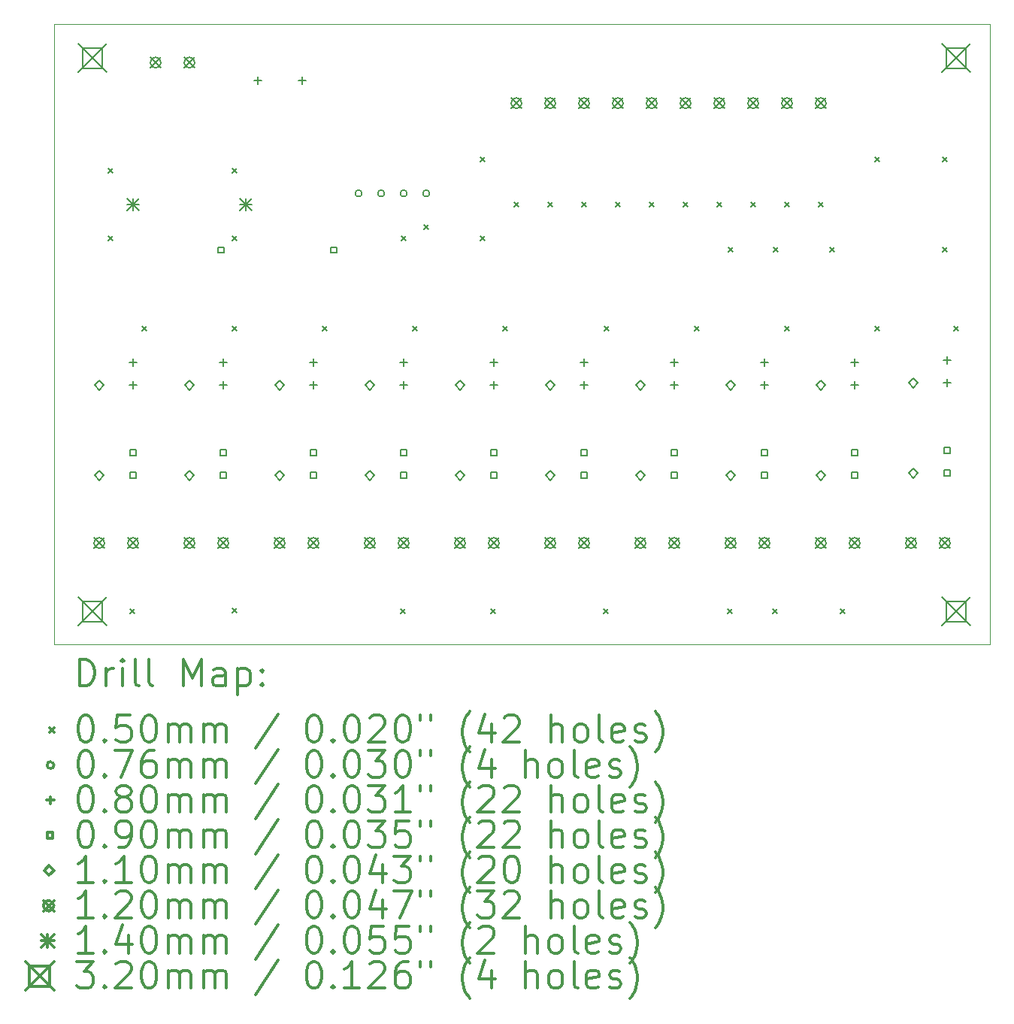
<source format=gbr>
%FSLAX45Y45*%
G04 Gerber Fmt 4.5, Leading zero omitted, Abs format (unit mm)*
G04 Created by KiCad (PCBNEW (5.1.9)-1) date 2021-03-17 19:06:38*
%MOMM*%
%LPD*%
G01*
G04 APERTURE LIST*
%TA.AperFunction,Profile*%
%ADD10C,0.050000*%
%TD*%
%ADD11C,0.200000*%
%ADD12C,0.300000*%
G04 APERTURE END LIST*
D10*
X2413000Y-11684000D02*
X2413000Y-4699000D01*
X12954000Y-11684000D02*
X2413000Y-11684000D01*
X12954000Y-4699000D02*
X12954000Y-11684000D01*
X2413000Y-4699000D02*
X12954000Y-4699000D01*
D11*
X3023000Y-6325000D02*
X3073000Y-6375000D01*
X3073000Y-6325000D02*
X3023000Y-6375000D01*
X3023000Y-7087000D02*
X3073000Y-7137000D01*
X3073000Y-7087000D02*
X3023000Y-7137000D01*
X3267000Y-11288000D02*
X3317000Y-11338000D01*
X3317000Y-11288000D02*
X3267000Y-11338000D01*
X3404000Y-8103000D02*
X3454000Y-8153000D01*
X3454000Y-8103000D02*
X3404000Y-8153000D01*
X4420000Y-6325000D02*
X4470000Y-6375000D01*
X4470000Y-6325000D02*
X4420000Y-6375000D01*
X4420000Y-7087000D02*
X4470000Y-7137000D01*
X4470000Y-7087000D02*
X4420000Y-7137000D01*
X4420000Y-8103000D02*
X4470000Y-8153000D01*
X4470000Y-8103000D02*
X4420000Y-8153000D01*
X4420000Y-11278000D02*
X4470000Y-11328000D01*
X4470000Y-11278000D02*
X4420000Y-11328000D01*
X5436000Y-8103000D02*
X5486000Y-8153000D01*
X5486000Y-8103000D02*
X5436000Y-8153000D01*
X6315000Y-11288000D02*
X6365000Y-11338000D01*
X6365000Y-11288000D02*
X6315000Y-11338000D01*
X6325000Y-7087000D02*
X6375000Y-7137000D01*
X6375000Y-7087000D02*
X6325000Y-7137000D01*
X6452000Y-8103000D02*
X6502000Y-8153000D01*
X6502000Y-8103000D02*
X6452000Y-8153000D01*
X6579000Y-6960000D02*
X6629000Y-7010000D01*
X6629000Y-6960000D02*
X6579000Y-7010000D01*
X7214000Y-6198000D02*
X7264000Y-6248000D01*
X7264000Y-6198000D02*
X7214000Y-6248000D01*
X7214000Y-7087000D02*
X7264000Y-7137000D01*
X7264000Y-7087000D02*
X7214000Y-7137000D01*
X7331000Y-11288000D02*
X7381000Y-11338000D01*
X7381000Y-11288000D02*
X7331000Y-11338000D01*
X7468000Y-8103000D02*
X7518000Y-8153000D01*
X7518000Y-8103000D02*
X7468000Y-8153000D01*
X7595000Y-6706000D02*
X7645000Y-6756000D01*
X7645000Y-6706000D02*
X7595000Y-6756000D01*
X7976000Y-6706000D02*
X8026000Y-6756000D01*
X8026000Y-6706000D02*
X7976000Y-6756000D01*
X8357000Y-6706000D02*
X8407000Y-6756000D01*
X8407000Y-6706000D02*
X8357000Y-6756000D01*
X8601000Y-11288000D02*
X8651000Y-11338000D01*
X8651000Y-11288000D02*
X8601000Y-11338000D01*
X8611000Y-8103000D02*
X8661000Y-8153000D01*
X8661000Y-8103000D02*
X8611000Y-8153000D01*
X8738000Y-6706000D02*
X8788000Y-6756000D01*
X8788000Y-6706000D02*
X8738000Y-6756000D01*
X9119000Y-6706000D02*
X9169000Y-6756000D01*
X9169000Y-6706000D02*
X9119000Y-6756000D01*
X9500000Y-6706000D02*
X9550000Y-6756000D01*
X9550000Y-6706000D02*
X9500000Y-6756000D01*
X9627000Y-8103000D02*
X9677000Y-8153000D01*
X9677000Y-8103000D02*
X9627000Y-8153000D01*
X9881000Y-6706000D02*
X9931000Y-6756000D01*
X9931000Y-6706000D02*
X9881000Y-6756000D01*
X9998000Y-11288000D02*
X10048000Y-11338000D01*
X10048000Y-11288000D02*
X9998000Y-11338000D01*
X10008000Y-7214000D02*
X10058000Y-7264000D01*
X10058000Y-7214000D02*
X10008000Y-7264000D01*
X10262000Y-6706000D02*
X10312000Y-6756000D01*
X10312000Y-6706000D02*
X10262000Y-6756000D01*
X10506000Y-11288000D02*
X10556000Y-11338000D01*
X10556000Y-11288000D02*
X10506000Y-11338000D01*
X10516000Y-7214000D02*
X10566000Y-7264000D01*
X10566000Y-7214000D02*
X10516000Y-7264000D01*
X10643000Y-6706000D02*
X10693000Y-6756000D01*
X10693000Y-6706000D02*
X10643000Y-6756000D01*
X10643000Y-8103000D02*
X10693000Y-8153000D01*
X10693000Y-8103000D02*
X10643000Y-8153000D01*
X11024000Y-6706000D02*
X11074000Y-6756000D01*
X11074000Y-6706000D02*
X11024000Y-6756000D01*
X11151000Y-7214000D02*
X11201000Y-7264000D01*
X11201000Y-7214000D02*
X11151000Y-7264000D01*
X11268000Y-11288000D02*
X11318000Y-11338000D01*
X11318000Y-11288000D02*
X11268000Y-11338000D01*
X11659000Y-6198000D02*
X11709000Y-6248000D01*
X11709000Y-6198000D02*
X11659000Y-6248000D01*
X11659000Y-8103000D02*
X11709000Y-8153000D01*
X11709000Y-8103000D02*
X11659000Y-8153000D01*
X12421000Y-6198000D02*
X12471000Y-6248000D01*
X12471000Y-6198000D02*
X12421000Y-6248000D01*
X12421000Y-7214000D02*
X12471000Y-7264000D01*
X12471000Y-7214000D02*
X12421000Y-7264000D01*
X12548000Y-8103000D02*
X12598000Y-8153000D01*
X12598000Y-8103000D02*
X12548000Y-8153000D01*
X5880100Y-6604000D02*
G75*
G03*
X5880100Y-6604000I-38100J0D01*
G01*
X6134100Y-6604000D02*
G75*
G03*
X6134100Y-6604000I-38100J0D01*
G01*
X6388100Y-6604000D02*
G75*
G03*
X6388100Y-6604000I-38100J0D01*
G01*
X6642100Y-6604000D02*
G75*
G03*
X6642100Y-6604000I-38100J0D01*
G01*
X3302000Y-8469000D02*
X3302000Y-8549000D01*
X3262000Y-8509000D02*
X3342000Y-8509000D01*
X3302000Y-8723000D02*
X3302000Y-8803000D01*
X3262000Y-8763000D02*
X3342000Y-8763000D01*
X4318000Y-8469000D02*
X4318000Y-8549000D01*
X4278000Y-8509000D02*
X4358000Y-8509000D01*
X4318000Y-8723000D02*
X4318000Y-8803000D01*
X4278000Y-8763000D02*
X4358000Y-8763000D01*
X4707000Y-5294000D02*
X4707000Y-5374000D01*
X4667000Y-5334000D02*
X4747000Y-5334000D01*
X5207000Y-5294000D02*
X5207000Y-5374000D01*
X5167000Y-5334000D02*
X5247000Y-5334000D01*
X5334000Y-8469000D02*
X5334000Y-8549000D01*
X5294000Y-8509000D02*
X5374000Y-8509000D01*
X5334000Y-8723000D02*
X5334000Y-8803000D01*
X5294000Y-8763000D02*
X5374000Y-8763000D01*
X6350000Y-8469000D02*
X6350000Y-8549000D01*
X6310000Y-8509000D02*
X6390000Y-8509000D01*
X6350000Y-8723000D02*
X6350000Y-8803000D01*
X6310000Y-8763000D02*
X6390000Y-8763000D01*
X7366000Y-8469000D02*
X7366000Y-8549000D01*
X7326000Y-8509000D02*
X7406000Y-8509000D01*
X7366000Y-8723000D02*
X7366000Y-8803000D01*
X7326000Y-8763000D02*
X7406000Y-8763000D01*
X8382000Y-8469000D02*
X8382000Y-8549000D01*
X8342000Y-8509000D02*
X8422000Y-8509000D01*
X8382000Y-8723000D02*
X8382000Y-8803000D01*
X8342000Y-8763000D02*
X8422000Y-8763000D01*
X9398000Y-8469000D02*
X9398000Y-8549000D01*
X9358000Y-8509000D02*
X9438000Y-8509000D01*
X9398000Y-8723000D02*
X9398000Y-8803000D01*
X9358000Y-8763000D02*
X9438000Y-8763000D01*
X10414000Y-8469000D02*
X10414000Y-8549000D01*
X10374000Y-8509000D02*
X10454000Y-8509000D01*
X10414000Y-8723000D02*
X10414000Y-8803000D01*
X10374000Y-8763000D02*
X10454000Y-8763000D01*
X11430000Y-8469000D02*
X11430000Y-8549000D01*
X11390000Y-8509000D02*
X11470000Y-8509000D01*
X11430000Y-8723000D02*
X11430000Y-8803000D01*
X11390000Y-8763000D02*
X11470000Y-8763000D01*
X12471400Y-8443600D02*
X12471400Y-8523600D01*
X12431400Y-8483600D02*
X12511400Y-8483600D01*
X12471400Y-8697600D02*
X12471400Y-8777600D01*
X12431400Y-8737600D02*
X12511400Y-8737600D01*
X3333820Y-9556820D02*
X3333820Y-9493180D01*
X3270180Y-9493180D01*
X3270180Y-9556820D01*
X3333820Y-9556820D01*
X3333820Y-9810820D02*
X3333820Y-9747180D01*
X3270180Y-9747180D01*
X3270180Y-9810820D01*
X3333820Y-9810820D01*
X4324420Y-7273360D02*
X4324420Y-7209720D01*
X4260780Y-7209720D01*
X4260780Y-7273360D01*
X4324420Y-7273360D01*
X4349820Y-9556820D02*
X4349820Y-9493180D01*
X4286180Y-9493180D01*
X4286180Y-9556820D01*
X4349820Y-9556820D01*
X4349820Y-9810820D02*
X4349820Y-9747180D01*
X4286180Y-9747180D01*
X4286180Y-9810820D01*
X4349820Y-9810820D01*
X5365820Y-9556820D02*
X5365820Y-9493180D01*
X5302180Y-9493180D01*
X5302180Y-9556820D01*
X5365820Y-9556820D01*
X5365820Y-9810820D02*
X5365820Y-9747180D01*
X5302180Y-9747180D01*
X5302180Y-9810820D01*
X5365820Y-9810820D01*
X5594420Y-7273360D02*
X5594420Y-7209720D01*
X5530780Y-7209720D01*
X5530780Y-7273360D01*
X5594420Y-7273360D01*
X6381820Y-9556820D02*
X6381820Y-9493180D01*
X6318180Y-9493180D01*
X6318180Y-9556820D01*
X6381820Y-9556820D01*
X6381820Y-9810820D02*
X6381820Y-9747180D01*
X6318180Y-9747180D01*
X6318180Y-9810820D01*
X6381820Y-9810820D01*
X7397820Y-9556820D02*
X7397820Y-9493180D01*
X7334180Y-9493180D01*
X7334180Y-9556820D01*
X7397820Y-9556820D01*
X7397820Y-9810820D02*
X7397820Y-9747180D01*
X7334180Y-9747180D01*
X7334180Y-9810820D01*
X7397820Y-9810820D01*
X8413820Y-9556820D02*
X8413820Y-9493180D01*
X8350180Y-9493180D01*
X8350180Y-9556820D01*
X8413820Y-9556820D01*
X8413820Y-9810820D02*
X8413820Y-9747180D01*
X8350180Y-9747180D01*
X8350180Y-9810820D01*
X8413820Y-9810820D01*
X9429820Y-9556820D02*
X9429820Y-9493180D01*
X9366180Y-9493180D01*
X9366180Y-9556820D01*
X9429820Y-9556820D01*
X9429820Y-9810820D02*
X9429820Y-9747180D01*
X9366180Y-9747180D01*
X9366180Y-9810820D01*
X9429820Y-9810820D01*
X10445820Y-9556820D02*
X10445820Y-9493180D01*
X10382180Y-9493180D01*
X10382180Y-9556820D01*
X10445820Y-9556820D01*
X10445820Y-9810820D02*
X10445820Y-9747180D01*
X10382180Y-9747180D01*
X10382180Y-9810820D01*
X10445820Y-9810820D01*
X11461820Y-9556820D02*
X11461820Y-9493180D01*
X11398180Y-9493180D01*
X11398180Y-9556820D01*
X11461820Y-9556820D01*
X11461820Y-9810820D02*
X11461820Y-9747180D01*
X11398180Y-9747180D01*
X11398180Y-9810820D01*
X11461820Y-9810820D01*
X12503220Y-9531420D02*
X12503220Y-9467780D01*
X12439580Y-9467780D01*
X12439580Y-9531420D01*
X12503220Y-9531420D01*
X12503220Y-9785420D02*
X12503220Y-9721780D01*
X12439580Y-9721780D01*
X12439580Y-9785420D01*
X12503220Y-9785420D01*
X2921000Y-8818000D02*
X2976000Y-8763000D01*
X2921000Y-8708000D01*
X2866000Y-8763000D01*
X2921000Y-8818000D01*
X2921000Y-9834000D02*
X2976000Y-9779000D01*
X2921000Y-9724000D01*
X2866000Y-9779000D01*
X2921000Y-9834000D01*
X3937000Y-8818000D02*
X3992000Y-8763000D01*
X3937000Y-8708000D01*
X3882000Y-8763000D01*
X3937000Y-8818000D01*
X3937000Y-9834000D02*
X3992000Y-9779000D01*
X3937000Y-9724000D01*
X3882000Y-9779000D01*
X3937000Y-9834000D01*
X4953000Y-8818000D02*
X5008000Y-8763000D01*
X4953000Y-8708000D01*
X4898000Y-8763000D01*
X4953000Y-8818000D01*
X4953000Y-9834000D02*
X5008000Y-9779000D01*
X4953000Y-9724000D01*
X4898000Y-9779000D01*
X4953000Y-9834000D01*
X5969000Y-8818000D02*
X6024000Y-8763000D01*
X5969000Y-8708000D01*
X5914000Y-8763000D01*
X5969000Y-8818000D01*
X5969000Y-9834000D02*
X6024000Y-9779000D01*
X5969000Y-9724000D01*
X5914000Y-9779000D01*
X5969000Y-9834000D01*
X6985000Y-8818000D02*
X7040000Y-8763000D01*
X6985000Y-8708000D01*
X6930000Y-8763000D01*
X6985000Y-8818000D01*
X6985000Y-9834000D02*
X7040000Y-9779000D01*
X6985000Y-9724000D01*
X6930000Y-9779000D01*
X6985000Y-9834000D01*
X8001000Y-8818000D02*
X8056000Y-8763000D01*
X8001000Y-8708000D01*
X7946000Y-8763000D01*
X8001000Y-8818000D01*
X8001000Y-9834000D02*
X8056000Y-9779000D01*
X8001000Y-9724000D01*
X7946000Y-9779000D01*
X8001000Y-9834000D01*
X9017000Y-8818000D02*
X9072000Y-8763000D01*
X9017000Y-8708000D01*
X8962000Y-8763000D01*
X9017000Y-8818000D01*
X9017000Y-9834000D02*
X9072000Y-9779000D01*
X9017000Y-9724000D01*
X8962000Y-9779000D01*
X9017000Y-9834000D01*
X10033000Y-8818000D02*
X10088000Y-8763000D01*
X10033000Y-8708000D01*
X9978000Y-8763000D01*
X10033000Y-8818000D01*
X10033000Y-9834000D02*
X10088000Y-9779000D01*
X10033000Y-9724000D01*
X9978000Y-9779000D01*
X10033000Y-9834000D01*
X11049000Y-8818000D02*
X11104000Y-8763000D01*
X11049000Y-8708000D01*
X10994000Y-8763000D01*
X11049000Y-8818000D01*
X11049000Y-9834000D02*
X11104000Y-9779000D01*
X11049000Y-9724000D01*
X10994000Y-9779000D01*
X11049000Y-9834000D01*
X12090400Y-8792600D02*
X12145400Y-8737600D01*
X12090400Y-8682600D01*
X12035400Y-8737600D01*
X12090400Y-8792600D01*
X12090400Y-9808600D02*
X12145400Y-9753600D01*
X12090400Y-9698600D01*
X12035400Y-9753600D01*
X12090400Y-9808600D01*
X2861000Y-10481000D02*
X2981000Y-10601000D01*
X2981000Y-10481000D02*
X2861000Y-10601000D01*
X2981000Y-10541000D02*
G75*
G03*
X2981000Y-10541000I-60000J0D01*
G01*
X3242000Y-10481000D02*
X3362000Y-10601000D01*
X3362000Y-10481000D02*
X3242000Y-10601000D01*
X3362000Y-10541000D02*
G75*
G03*
X3362000Y-10541000I-60000J0D01*
G01*
X3496000Y-5070800D02*
X3616000Y-5190800D01*
X3616000Y-5070800D02*
X3496000Y-5190800D01*
X3616000Y-5130800D02*
G75*
G03*
X3616000Y-5130800I-60000J0D01*
G01*
X3877000Y-5070800D02*
X3997000Y-5190800D01*
X3997000Y-5070800D02*
X3877000Y-5190800D01*
X3997000Y-5130800D02*
G75*
G03*
X3997000Y-5130800I-60000J0D01*
G01*
X3877000Y-10481000D02*
X3997000Y-10601000D01*
X3997000Y-10481000D02*
X3877000Y-10601000D01*
X3997000Y-10541000D02*
G75*
G03*
X3997000Y-10541000I-60000J0D01*
G01*
X4258000Y-10481000D02*
X4378000Y-10601000D01*
X4378000Y-10481000D02*
X4258000Y-10601000D01*
X4378000Y-10541000D02*
G75*
G03*
X4378000Y-10541000I-60000J0D01*
G01*
X4893000Y-10481000D02*
X5013000Y-10601000D01*
X5013000Y-10481000D02*
X4893000Y-10601000D01*
X5013000Y-10541000D02*
G75*
G03*
X5013000Y-10541000I-60000J0D01*
G01*
X5274000Y-10481000D02*
X5394000Y-10601000D01*
X5394000Y-10481000D02*
X5274000Y-10601000D01*
X5394000Y-10541000D02*
G75*
G03*
X5394000Y-10541000I-60000J0D01*
G01*
X5909000Y-10481000D02*
X6029000Y-10601000D01*
X6029000Y-10481000D02*
X5909000Y-10601000D01*
X6029000Y-10541000D02*
G75*
G03*
X6029000Y-10541000I-60000J0D01*
G01*
X6290000Y-10481000D02*
X6410000Y-10601000D01*
X6410000Y-10481000D02*
X6290000Y-10601000D01*
X6410000Y-10541000D02*
G75*
G03*
X6410000Y-10541000I-60000J0D01*
G01*
X6925000Y-10481000D02*
X7045000Y-10601000D01*
X7045000Y-10481000D02*
X6925000Y-10601000D01*
X7045000Y-10541000D02*
G75*
G03*
X7045000Y-10541000I-60000J0D01*
G01*
X7306000Y-10481000D02*
X7426000Y-10601000D01*
X7426000Y-10481000D02*
X7306000Y-10601000D01*
X7426000Y-10541000D02*
G75*
G03*
X7426000Y-10541000I-60000J0D01*
G01*
X7560000Y-5528000D02*
X7680000Y-5648000D01*
X7680000Y-5528000D02*
X7560000Y-5648000D01*
X7680000Y-5588000D02*
G75*
G03*
X7680000Y-5588000I-60000J0D01*
G01*
X7941000Y-5528000D02*
X8061000Y-5648000D01*
X8061000Y-5528000D02*
X7941000Y-5648000D01*
X8061000Y-5588000D02*
G75*
G03*
X8061000Y-5588000I-60000J0D01*
G01*
X7941000Y-10481000D02*
X8061000Y-10601000D01*
X8061000Y-10481000D02*
X7941000Y-10601000D01*
X8061000Y-10541000D02*
G75*
G03*
X8061000Y-10541000I-60000J0D01*
G01*
X8322000Y-5528000D02*
X8442000Y-5648000D01*
X8442000Y-5528000D02*
X8322000Y-5648000D01*
X8442000Y-5588000D02*
G75*
G03*
X8442000Y-5588000I-60000J0D01*
G01*
X8322000Y-10481000D02*
X8442000Y-10601000D01*
X8442000Y-10481000D02*
X8322000Y-10601000D01*
X8442000Y-10541000D02*
G75*
G03*
X8442000Y-10541000I-60000J0D01*
G01*
X8703000Y-5528000D02*
X8823000Y-5648000D01*
X8823000Y-5528000D02*
X8703000Y-5648000D01*
X8823000Y-5588000D02*
G75*
G03*
X8823000Y-5588000I-60000J0D01*
G01*
X8957000Y-10481000D02*
X9077000Y-10601000D01*
X9077000Y-10481000D02*
X8957000Y-10601000D01*
X9077000Y-10541000D02*
G75*
G03*
X9077000Y-10541000I-60000J0D01*
G01*
X9084000Y-5528000D02*
X9204000Y-5648000D01*
X9204000Y-5528000D02*
X9084000Y-5648000D01*
X9204000Y-5588000D02*
G75*
G03*
X9204000Y-5588000I-60000J0D01*
G01*
X9338000Y-10481000D02*
X9458000Y-10601000D01*
X9458000Y-10481000D02*
X9338000Y-10601000D01*
X9458000Y-10541000D02*
G75*
G03*
X9458000Y-10541000I-60000J0D01*
G01*
X9465000Y-5528000D02*
X9585000Y-5648000D01*
X9585000Y-5528000D02*
X9465000Y-5648000D01*
X9585000Y-5588000D02*
G75*
G03*
X9585000Y-5588000I-60000J0D01*
G01*
X9846000Y-5528000D02*
X9966000Y-5648000D01*
X9966000Y-5528000D02*
X9846000Y-5648000D01*
X9966000Y-5588000D02*
G75*
G03*
X9966000Y-5588000I-60000J0D01*
G01*
X9973000Y-10481000D02*
X10093000Y-10601000D01*
X10093000Y-10481000D02*
X9973000Y-10601000D01*
X10093000Y-10541000D02*
G75*
G03*
X10093000Y-10541000I-60000J0D01*
G01*
X10227000Y-5528000D02*
X10347000Y-5648000D01*
X10347000Y-5528000D02*
X10227000Y-5648000D01*
X10347000Y-5588000D02*
G75*
G03*
X10347000Y-5588000I-60000J0D01*
G01*
X10354000Y-10481000D02*
X10474000Y-10601000D01*
X10474000Y-10481000D02*
X10354000Y-10601000D01*
X10474000Y-10541000D02*
G75*
G03*
X10474000Y-10541000I-60000J0D01*
G01*
X10608000Y-5528000D02*
X10728000Y-5648000D01*
X10728000Y-5528000D02*
X10608000Y-5648000D01*
X10728000Y-5588000D02*
G75*
G03*
X10728000Y-5588000I-60000J0D01*
G01*
X10989000Y-5528000D02*
X11109000Y-5648000D01*
X11109000Y-5528000D02*
X10989000Y-5648000D01*
X11109000Y-5588000D02*
G75*
G03*
X11109000Y-5588000I-60000J0D01*
G01*
X10989000Y-10481000D02*
X11109000Y-10601000D01*
X11109000Y-10481000D02*
X10989000Y-10601000D01*
X11109000Y-10541000D02*
G75*
G03*
X11109000Y-10541000I-60000J0D01*
G01*
X11370000Y-10481000D02*
X11490000Y-10601000D01*
X11490000Y-10481000D02*
X11370000Y-10601000D01*
X11490000Y-10541000D02*
G75*
G03*
X11490000Y-10541000I-60000J0D01*
G01*
X12005000Y-10481000D02*
X12125000Y-10601000D01*
X12125000Y-10481000D02*
X12005000Y-10601000D01*
X12125000Y-10541000D02*
G75*
G03*
X12125000Y-10541000I-60000J0D01*
G01*
X12386000Y-10481000D02*
X12506000Y-10601000D01*
X12506000Y-10481000D02*
X12386000Y-10601000D01*
X12506000Y-10541000D02*
G75*
G03*
X12506000Y-10541000I-60000J0D01*
G01*
X3232000Y-6661000D02*
X3372000Y-6801000D01*
X3372000Y-6661000D02*
X3232000Y-6801000D01*
X3302000Y-6661000D02*
X3302000Y-6801000D01*
X3232000Y-6731000D02*
X3372000Y-6731000D01*
X4502000Y-6661000D02*
X4642000Y-6801000D01*
X4642000Y-6661000D02*
X4502000Y-6801000D01*
X4572000Y-6661000D02*
X4572000Y-6801000D01*
X4502000Y-6731000D02*
X4642000Y-6731000D01*
X2684800Y-4920000D02*
X3004800Y-5240000D01*
X3004800Y-4920000D02*
X2684800Y-5240000D01*
X2957938Y-5193138D02*
X2957938Y-4966862D01*
X2731662Y-4966862D01*
X2731662Y-5193138D01*
X2957938Y-5193138D01*
X2684800Y-11153000D02*
X3004800Y-11473000D01*
X3004800Y-11153000D02*
X2684800Y-11473000D01*
X2957938Y-11426138D02*
X2957938Y-11199862D01*
X2731662Y-11199862D01*
X2731662Y-11426138D01*
X2957938Y-11426138D01*
X12413000Y-4920000D02*
X12733000Y-5240000D01*
X12733000Y-4920000D02*
X12413000Y-5240000D01*
X12686138Y-5193138D02*
X12686138Y-4966862D01*
X12459862Y-4966862D01*
X12459862Y-5193138D01*
X12686138Y-5193138D01*
X12413000Y-11153000D02*
X12733000Y-11473000D01*
X12733000Y-11153000D02*
X12413000Y-11473000D01*
X12686138Y-11426138D02*
X12686138Y-11199862D01*
X12459862Y-11199862D01*
X12459862Y-11426138D01*
X12686138Y-11426138D01*
D12*
X2696928Y-12152214D02*
X2696928Y-11852214D01*
X2768357Y-11852214D01*
X2811214Y-11866500D01*
X2839786Y-11895071D01*
X2854071Y-11923643D01*
X2868357Y-11980786D01*
X2868357Y-12023643D01*
X2854071Y-12080786D01*
X2839786Y-12109357D01*
X2811214Y-12137929D01*
X2768357Y-12152214D01*
X2696928Y-12152214D01*
X2996928Y-12152214D02*
X2996928Y-11952214D01*
X2996928Y-12009357D02*
X3011214Y-11980786D01*
X3025500Y-11966500D01*
X3054071Y-11952214D01*
X3082643Y-11952214D01*
X3182643Y-12152214D02*
X3182643Y-11952214D01*
X3182643Y-11852214D02*
X3168357Y-11866500D01*
X3182643Y-11880786D01*
X3196928Y-11866500D01*
X3182643Y-11852214D01*
X3182643Y-11880786D01*
X3368357Y-12152214D02*
X3339786Y-12137929D01*
X3325500Y-12109357D01*
X3325500Y-11852214D01*
X3525500Y-12152214D02*
X3496928Y-12137929D01*
X3482643Y-12109357D01*
X3482643Y-11852214D01*
X3868357Y-12152214D02*
X3868357Y-11852214D01*
X3968357Y-12066500D01*
X4068357Y-11852214D01*
X4068357Y-12152214D01*
X4339786Y-12152214D02*
X4339786Y-11995071D01*
X4325500Y-11966500D01*
X4296928Y-11952214D01*
X4239786Y-11952214D01*
X4211214Y-11966500D01*
X4339786Y-12137929D02*
X4311214Y-12152214D01*
X4239786Y-12152214D01*
X4211214Y-12137929D01*
X4196928Y-12109357D01*
X4196928Y-12080786D01*
X4211214Y-12052214D01*
X4239786Y-12037929D01*
X4311214Y-12037929D01*
X4339786Y-12023643D01*
X4482643Y-11952214D02*
X4482643Y-12252214D01*
X4482643Y-11966500D02*
X4511214Y-11952214D01*
X4568357Y-11952214D01*
X4596928Y-11966500D01*
X4611214Y-11980786D01*
X4625500Y-12009357D01*
X4625500Y-12095071D01*
X4611214Y-12123643D01*
X4596928Y-12137929D01*
X4568357Y-12152214D01*
X4511214Y-12152214D01*
X4482643Y-12137929D01*
X4754071Y-12123643D02*
X4768357Y-12137929D01*
X4754071Y-12152214D01*
X4739786Y-12137929D01*
X4754071Y-12123643D01*
X4754071Y-12152214D01*
X4754071Y-11966500D02*
X4768357Y-11980786D01*
X4754071Y-11995071D01*
X4739786Y-11980786D01*
X4754071Y-11966500D01*
X4754071Y-11995071D01*
X2360500Y-12621500D02*
X2410500Y-12671500D01*
X2410500Y-12621500D02*
X2360500Y-12671500D01*
X2754071Y-12482214D02*
X2782643Y-12482214D01*
X2811214Y-12496500D01*
X2825500Y-12510786D01*
X2839786Y-12539357D01*
X2854071Y-12596500D01*
X2854071Y-12667929D01*
X2839786Y-12725071D01*
X2825500Y-12753643D01*
X2811214Y-12767929D01*
X2782643Y-12782214D01*
X2754071Y-12782214D01*
X2725500Y-12767929D01*
X2711214Y-12753643D01*
X2696928Y-12725071D01*
X2682643Y-12667929D01*
X2682643Y-12596500D01*
X2696928Y-12539357D01*
X2711214Y-12510786D01*
X2725500Y-12496500D01*
X2754071Y-12482214D01*
X2982643Y-12753643D02*
X2996928Y-12767929D01*
X2982643Y-12782214D01*
X2968357Y-12767929D01*
X2982643Y-12753643D01*
X2982643Y-12782214D01*
X3268357Y-12482214D02*
X3125500Y-12482214D01*
X3111214Y-12625071D01*
X3125500Y-12610786D01*
X3154071Y-12596500D01*
X3225500Y-12596500D01*
X3254071Y-12610786D01*
X3268357Y-12625071D01*
X3282643Y-12653643D01*
X3282643Y-12725071D01*
X3268357Y-12753643D01*
X3254071Y-12767929D01*
X3225500Y-12782214D01*
X3154071Y-12782214D01*
X3125500Y-12767929D01*
X3111214Y-12753643D01*
X3468357Y-12482214D02*
X3496928Y-12482214D01*
X3525500Y-12496500D01*
X3539786Y-12510786D01*
X3554071Y-12539357D01*
X3568357Y-12596500D01*
X3568357Y-12667929D01*
X3554071Y-12725071D01*
X3539786Y-12753643D01*
X3525500Y-12767929D01*
X3496928Y-12782214D01*
X3468357Y-12782214D01*
X3439786Y-12767929D01*
X3425500Y-12753643D01*
X3411214Y-12725071D01*
X3396928Y-12667929D01*
X3396928Y-12596500D01*
X3411214Y-12539357D01*
X3425500Y-12510786D01*
X3439786Y-12496500D01*
X3468357Y-12482214D01*
X3696928Y-12782214D02*
X3696928Y-12582214D01*
X3696928Y-12610786D02*
X3711214Y-12596500D01*
X3739786Y-12582214D01*
X3782643Y-12582214D01*
X3811214Y-12596500D01*
X3825500Y-12625071D01*
X3825500Y-12782214D01*
X3825500Y-12625071D02*
X3839786Y-12596500D01*
X3868357Y-12582214D01*
X3911214Y-12582214D01*
X3939786Y-12596500D01*
X3954071Y-12625071D01*
X3954071Y-12782214D01*
X4096928Y-12782214D02*
X4096928Y-12582214D01*
X4096928Y-12610786D02*
X4111214Y-12596500D01*
X4139786Y-12582214D01*
X4182643Y-12582214D01*
X4211214Y-12596500D01*
X4225500Y-12625071D01*
X4225500Y-12782214D01*
X4225500Y-12625071D02*
X4239786Y-12596500D01*
X4268357Y-12582214D01*
X4311214Y-12582214D01*
X4339786Y-12596500D01*
X4354071Y-12625071D01*
X4354071Y-12782214D01*
X4939786Y-12467929D02*
X4682643Y-12853643D01*
X5325500Y-12482214D02*
X5354071Y-12482214D01*
X5382643Y-12496500D01*
X5396928Y-12510786D01*
X5411214Y-12539357D01*
X5425500Y-12596500D01*
X5425500Y-12667929D01*
X5411214Y-12725071D01*
X5396928Y-12753643D01*
X5382643Y-12767929D01*
X5354071Y-12782214D01*
X5325500Y-12782214D01*
X5296928Y-12767929D01*
X5282643Y-12753643D01*
X5268357Y-12725071D01*
X5254071Y-12667929D01*
X5254071Y-12596500D01*
X5268357Y-12539357D01*
X5282643Y-12510786D01*
X5296928Y-12496500D01*
X5325500Y-12482214D01*
X5554071Y-12753643D02*
X5568357Y-12767929D01*
X5554071Y-12782214D01*
X5539786Y-12767929D01*
X5554071Y-12753643D01*
X5554071Y-12782214D01*
X5754071Y-12482214D02*
X5782643Y-12482214D01*
X5811214Y-12496500D01*
X5825500Y-12510786D01*
X5839786Y-12539357D01*
X5854071Y-12596500D01*
X5854071Y-12667929D01*
X5839786Y-12725071D01*
X5825500Y-12753643D01*
X5811214Y-12767929D01*
X5782643Y-12782214D01*
X5754071Y-12782214D01*
X5725500Y-12767929D01*
X5711214Y-12753643D01*
X5696928Y-12725071D01*
X5682643Y-12667929D01*
X5682643Y-12596500D01*
X5696928Y-12539357D01*
X5711214Y-12510786D01*
X5725500Y-12496500D01*
X5754071Y-12482214D01*
X5968357Y-12510786D02*
X5982643Y-12496500D01*
X6011214Y-12482214D01*
X6082643Y-12482214D01*
X6111214Y-12496500D01*
X6125500Y-12510786D01*
X6139786Y-12539357D01*
X6139786Y-12567929D01*
X6125500Y-12610786D01*
X5954071Y-12782214D01*
X6139786Y-12782214D01*
X6325500Y-12482214D02*
X6354071Y-12482214D01*
X6382643Y-12496500D01*
X6396928Y-12510786D01*
X6411214Y-12539357D01*
X6425500Y-12596500D01*
X6425500Y-12667929D01*
X6411214Y-12725071D01*
X6396928Y-12753643D01*
X6382643Y-12767929D01*
X6354071Y-12782214D01*
X6325500Y-12782214D01*
X6296928Y-12767929D01*
X6282643Y-12753643D01*
X6268357Y-12725071D01*
X6254071Y-12667929D01*
X6254071Y-12596500D01*
X6268357Y-12539357D01*
X6282643Y-12510786D01*
X6296928Y-12496500D01*
X6325500Y-12482214D01*
X6539786Y-12482214D02*
X6539786Y-12539357D01*
X6654071Y-12482214D02*
X6654071Y-12539357D01*
X7096928Y-12896500D02*
X7082643Y-12882214D01*
X7054071Y-12839357D01*
X7039786Y-12810786D01*
X7025500Y-12767929D01*
X7011214Y-12696500D01*
X7011214Y-12639357D01*
X7025500Y-12567929D01*
X7039786Y-12525071D01*
X7054071Y-12496500D01*
X7082643Y-12453643D01*
X7096928Y-12439357D01*
X7339786Y-12582214D02*
X7339786Y-12782214D01*
X7268357Y-12467929D02*
X7196928Y-12682214D01*
X7382643Y-12682214D01*
X7482643Y-12510786D02*
X7496928Y-12496500D01*
X7525500Y-12482214D01*
X7596928Y-12482214D01*
X7625500Y-12496500D01*
X7639786Y-12510786D01*
X7654071Y-12539357D01*
X7654071Y-12567929D01*
X7639786Y-12610786D01*
X7468357Y-12782214D01*
X7654071Y-12782214D01*
X8011214Y-12782214D02*
X8011214Y-12482214D01*
X8139786Y-12782214D02*
X8139786Y-12625071D01*
X8125500Y-12596500D01*
X8096928Y-12582214D01*
X8054071Y-12582214D01*
X8025500Y-12596500D01*
X8011214Y-12610786D01*
X8325500Y-12782214D02*
X8296928Y-12767929D01*
X8282643Y-12753643D01*
X8268357Y-12725071D01*
X8268357Y-12639357D01*
X8282643Y-12610786D01*
X8296928Y-12596500D01*
X8325500Y-12582214D01*
X8368357Y-12582214D01*
X8396928Y-12596500D01*
X8411214Y-12610786D01*
X8425500Y-12639357D01*
X8425500Y-12725071D01*
X8411214Y-12753643D01*
X8396928Y-12767929D01*
X8368357Y-12782214D01*
X8325500Y-12782214D01*
X8596928Y-12782214D02*
X8568357Y-12767929D01*
X8554071Y-12739357D01*
X8554071Y-12482214D01*
X8825500Y-12767929D02*
X8796928Y-12782214D01*
X8739786Y-12782214D01*
X8711214Y-12767929D01*
X8696928Y-12739357D01*
X8696928Y-12625071D01*
X8711214Y-12596500D01*
X8739786Y-12582214D01*
X8796928Y-12582214D01*
X8825500Y-12596500D01*
X8839786Y-12625071D01*
X8839786Y-12653643D01*
X8696928Y-12682214D01*
X8954071Y-12767929D02*
X8982643Y-12782214D01*
X9039786Y-12782214D01*
X9068357Y-12767929D01*
X9082643Y-12739357D01*
X9082643Y-12725071D01*
X9068357Y-12696500D01*
X9039786Y-12682214D01*
X8996928Y-12682214D01*
X8968357Y-12667929D01*
X8954071Y-12639357D01*
X8954071Y-12625071D01*
X8968357Y-12596500D01*
X8996928Y-12582214D01*
X9039786Y-12582214D01*
X9068357Y-12596500D01*
X9182643Y-12896500D02*
X9196928Y-12882214D01*
X9225500Y-12839357D01*
X9239786Y-12810786D01*
X9254071Y-12767929D01*
X9268357Y-12696500D01*
X9268357Y-12639357D01*
X9254071Y-12567929D01*
X9239786Y-12525071D01*
X9225500Y-12496500D01*
X9196928Y-12453643D01*
X9182643Y-12439357D01*
X2410500Y-13042500D02*
G75*
G03*
X2410500Y-13042500I-38100J0D01*
G01*
X2754071Y-12878214D02*
X2782643Y-12878214D01*
X2811214Y-12892500D01*
X2825500Y-12906786D01*
X2839786Y-12935357D01*
X2854071Y-12992500D01*
X2854071Y-13063929D01*
X2839786Y-13121071D01*
X2825500Y-13149643D01*
X2811214Y-13163929D01*
X2782643Y-13178214D01*
X2754071Y-13178214D01*
X2725500Y-13163929D01*
X2711214Y-13149643D01*
X2696928Y-13121071D01*
X2682643Y-13063929D01*
X2682643Y-12992500D01*
X2696928Y-12935357D01*
X2711214Y-12906786D01*
X2725500Y-12892500D01*
X2754071Y-12878214D01*
X2982643Y-13149643D02*
X2996928Y-13163929D01*
X2982643Y-13178214D01*
X2968357Y-13163929D01*
X2982643Y-13149643D01*
X2982643Y-13178214D01*
X3096928Y-12878214D02*
X3296928Y-12878214D01*
X3168357Y-13178214D01*
X3539786Y-12878214D02*
X3482643Y-12878214D01*
X3454071Y-12892500D01*
X3439786Y-12906786D01*
X3411214Y-12949643D01*
X3396928Y-13006786D01*
X3396928Y-13121071D01*
X3411214Y-13149643D01*
X3425500Y-13163929D01*
X3454071Y-13178214D01*
X3511214Y-13178214D01*
X3539786Y-13163929D01*
X3554071Y-13149643D01*
X3568357Y-13121071D01*
X3568357Y-13049643D01*
X3554071Y-13021071D01*
X3539786Y-13006786D01*
X3511214Y-12992500D01*
X3454071Y-12992500D01*
X3425500Y-13006786D01*
X3411214Y-13021071D01*
X3396928Y-13049643D01*
X3696928Y-13178214D02*
X3696928Y-12978214D01*
X3696928Y-13006786D02*
X3711214Y-12992500D01*
X3739786Y-12978214D01*
X3782643Y-12978214D01*
X3811214Y-12992500D01*
X3825500Y-13021071D01*
X3825500Y-13178214D01*
X3825500Y-13021071D02*
X3839786Y-12992500D01*
X3868357Y-12978214D01*
X3911214Y-12978214D01*
X3939786Y-12992500D01*
X3954071Y-13021071D01*
X3954071Y-13178214D01*
X4096928Y-13178214D02*
X4096928Y-12978214D01*
X4096928Y-13006786D02*
X4111214Y-12992500D01*
X4139786Y-12978214D01*
X4182643Y-12978214D01*
X4211214Y-12992500D01*
X4225500Y-13021071D01*
X4225500Y-13178214D01*
X4225500Y-13021071D02*
X4239786Y-12992500D01*
X4268357Y-12978214D01*
X4311214Y-12978214D01*
X4339786Y-12992500D01*
X4354071Y-13021071D01*
X4354071Y-13178214D01*
X4939786Y-12863929D02*
X4682643Y-13249643D01*
X5325500Y-12878214D02*
X5354071Y-12878214D01*
X5382643Y-12892500D01*
X5396928Y-12906786D01*
X5411214Y-12935357D01*
X5425500Y-12992500D01*
X5425500Y-13063929D01*
X5411214Y-13121071D01*
X5396928Y-13149643D01*
X5382643Y-13163929D01*
X5354071Y-13178214D01*
X5325500Y-13178214D01*
X5296928Y-13163929D01*
X5282643Y-13149643D01*
X5268357Y-13121071D01*
X5254071Y-13063929D01*
X5254071Y-12992500D01*
X5268357Y-12935357D01*
X5282643Y-12906786D01*
X5296928Y-12892500D01*
X5325500Y-12878214D01*
X5554071Y-13149643D02*
X5568357Y-13163929D01*
X5554071Y-13178214D01*
X5539786Y-13163929D01*
X5554071Y-13149643D01*
X5554071Y-13178214D01*
X5754071Y-12878214D02*
X5782643Y-12878214D01*
X5811214Y-12892500D01*
X5825500Y-12906786D01*
X5839786Y-12935357D01*
X5854071Y-12992500D01*
X5854071Y-13063929D01*
X5839786Y-13121071D01*
X5825500Y-13149643D01*
X5811214Y-13163929D01*
X5782643Y-13178214D01*
X5754071Y-13178214D01*
X5725500Y-13163929D01*
X5711214Y-13149643D01*
X5696928Y-13121071D01*
X5682643Y-13063929D01*
X5682643Y-12992500D01*
X5696928Y-12935357D01*
X5711214Y-12906786D01*
X5725500Y-12892500D01*
X5754071Y-12878214D01*
X5954071Y-12878214D02*
X6139786Y-12878214D01*
X6039786Y-12992500D01*
X6082643Y-12992500D01*
X6111214Y-13006786D01*
X6125500Y-13021071D01*
X6139786Y-13049643D01*
X6139786Y-13121071D01*
X6125500Y-13149643D01*
X6111214Y-13163929D01*
X6082643Y-13178214D01*
X5996928Y-13178214D01*
X5968357Y-13163929D01*
X5954071Y-13149643D01*
X6325500Y-12878214D02*
X6354071Y-12878214D01*
X6382643Y-12892500D01*
X6396928Y-12906786D01*
X6411214Y-12935357D01*
X6425500Y-12992500D01*
X6425500Y-13063929D01*
X6411214Y-13121071D01*
X6396928Y-13149643D01*
X6382643Y-13163929D01*
X6354071Y-13178214D01*
X6325500Y-13178214D01*
X6296928Y-13163929D01*
X6282643Y-13149643D01*
X6268357Y-13121071D01*
X6254071Y-13063929D01*
X6254071Y-12992500D01*
X6268357Y-12935357D01*
X6282643Y-12906786D01*
X6296928Y-12892500D01*
X6325500Y-12878214D01*
X6539786Y-12878214D02*
X6539786Y-12935357D01*
X6654071Y-12878214D02*
X6654071Y-12935357D01*
X7096928Y-13292500D02*
X7082643Y-13278214D01*
X7054071Y-13235357D01*
X7039786Y-13206786D01*
X7025500Y-13163929D01*
X7011214Y-13092500D01*
X7011214Y-13035357D01*
X7025500Y-12963929D01*
X7039786Y-12921071D01*
X7054071Y-12892500D01*
X7082643Y-12849643D01*
X7096928Y-12835357D01*
X7339786Y-12978214D02*
X7339786Y-13178214D01*
X7268357Y-12863929D02*
X7196928Y-13078214D01*
X7382643Y-13078214D01*
X7725500Y-13178214D02*
X7725500Y-12878214D01*
X7854071Y-13178214D02*
X7854071Y-13021071D01*
X7839786Y-12992500D01*
X7811214Y-12978214D01*
X7768357Y-12978214D01*
X7739786Y-12992500D01*
X7725500Y-13006786D01*
X8039786Y-13178214D02*
X8011214Y-13163929D01*
X7996928Y-13149643D01*
X7982643Y-13121071D01*
X7982643Y-13035357D01*
X7996928Y-13006786D01*
X8011214Y-12992500D01*
X8039786Y-12978214D01*
X8082643Y-12978214D01*
X8111214Y-12992500D01*
X8125500Y-13006786D01*
X8139786Y-13035357D01*
X8139786Y-13121071D01*
X8125500Y-13149643D01*
X8111214Y-13163929D01*
X8082643Y-13178214D01*
X8039786Y-13178214D01*
X8311214Y-13178214D02*
X8282643Y-13163929D01*
X8268357Y-13135357D01*
X8268357Y-12878214D01*
X8539786Y-13163929D02*
X8511214Y-13178214D01*
X8454071Y-13178214D01*
X8425500Y-13163929D01*
X8411214Y-13135357D01*
X8411214Y-13021071D01*
X8425500Y-12992500D01*
X8454071Y-12978214D01*
X8511214Y-12978214D01*
X8539786Y-12992500D01*
X8554071Y-13021071D01*
X8554071Y-13049643D01*
X8411214Y-13078214D01*
X8668357Y-13163929D02*
X8696928Y-13178214D01*
X8754071Y-13178214D01*
X8782643Y-13163929D01*
X8796928Y-13135357D01*
X8796928Y-13121071D01*
X8782643Y-13092500D01*
X8754071Y-13078214D01*
X8711214Y-13078214D01*
X8682643Y-13063929D01*
X8668357Y-13035357D01*
X8668357Y-13021071D01*
X8682643Y-12992500D01*
X8711214Y-12978214D01*
X8754071Y-12978214D01*
X8782643Y-12992500D01*
X8896928Y-13292500D02*
X8911214Y-13278214D01*
X8939786Y-13235357D01*
X8954071Y-13206786D01*
X8968357Y-13163929D01*
X8982643Y-13092500D01*
X8982643Y-13035357D01*
X8968357Y-12963929D01*
X8954071Y-12921071D01*
X8939786Y-12892500D01*
X8911214Y-12849643D01*
X8896928Y-12835357D01*
X2370500Y-13398500D02*
X2370500Y-13478500D01*
X2330500Y-13438500D02*
X2410500Y-13438500D01*
X2754071Y-13274214D02*
X2782643Y-13274214D01*
X2811214Y-13288500D01*
X2825500Y-13302786D01*
X2839786Y-13331357D01*
X2854071Y-13388500D01*
X2854071Y-13459929D01*
X2839786Y-13517071D01*
X2825500Y-13545643D01*
X2811214Y-13559929D01*
X2782643Y-13574214D01*
X2754071Y-13574214D01*
X2725500Y-13559929D01*
X2711214Y-13545643D01*
X2696928Y-13517071D01*
X2682643Y-13459929D01*
X2682643Y-13388500D01*
X2696928Y-13331357D01*
X2711214Y-13302786D01*
X2725500Y-13288500D01*
X2754071Y-13274214D01*
X2982643Y-13545643D02*
X2996928Y-13559929D01*
X2982643Y-13574214D01*
X2968357Y-13559929D01*
X2982643Y-13545643D01*
X2982643Y-13574214D01*
X3168357Y-13402786D02*
X3139786Y-13388500D01*
X3125500Y-13374214D01*
X3111214Y-13345643D01*
X3111214Y-13331357D01*
X3125500Y-13302786D01*
X3139786Y-13288500D01*
X3168357Y-13274214D01*
X3225500Y-13274214D01*
X3254071Y-13288500D01*
X3268357Y-13302786D01*
X3282643Y-13331357D01*
X3282643Y-13345643D01*
X3268357Y-13374214D01*
X3254071Y-13388500D01*
X3225500Y-13402786D01*
X3168357Y-13402786D01*
X3139786Y-13417071D01*
X3125500Y-13431357D01*
X3111214Y-13459929D01*
X3111214Y-13517071D01*
X3125500Y-13545643D01*
X3139786Y-13559929D01*
X3168357Y-13574214D01*
X3225500Y-13574214D01*
X3254071Y-13559929D01*
X3268357Y-13545643D01*
X3282643Y-13517071D01*
X3282643Y-13459929D01*
X3268357Y-13431357D01*
X3254071Y-13417071D01*
X3225500Y-13402786D01*
X3468357Y-13274214D02*
X3496928Y-13274214D01*
X3525500Y-13288500D01*
X3539786Y-13302786D01*
X3554071Y-13331357D01*
X3568357Y-13388500D01*
X3568357Y-13459929D01*
X3554071Y-13517071D01*
X3539786Y-13545643D01*
X3525500Y-13559929D01*
X3496928Y-13574214D01*
X3468357Y-13574214D01*
X3439786Y-13559929D01*
X3425500Y-13545643D01*
X3411214Y-13517071D01*
X3396928Y-13459929D01*
X3396928Y-13388500D01*
X3411214Y-13331357D01*
X3425500Y-13302786D01*
X3439786Y-13288500D01*
X3468357Y-13274214D01*
X3696928Y-13574214D02*
X3696928Y-13374214D01*
X3696928Y-13402786D02*
X3711214Y-13388500D01*
X3739786Y-13374214D01*
X3782643Y-13374214D01*
X3811214Y-13388500D01*
X3825500Y-13417071D01*
X3825500Y-13574214D01*
X3825500Y-13417071D02*
X3839786Y-13388500D01*
X3868357Y-13374214D01*
X3911214Y-13374214D01*
X3939786Y-13388500D01*
X3954071Y-13417071D01*
X3954071Y-13574214D01*
X4096928Y-13574214D02*
X4096928Y-13374214D01*
X4096928Y-13402786D02*
X4111214Y-13388500D01*
X4139786Y-13374214D01*
X4182643Y-13374214D01*
X4211214Y-13388500D01*
X4225500Y-13417071D01*
X4225500Y-13574214D01*
X4225500Y-13417071D02*
X4239786Y-13388500D01*
X4268357Y-13374214D01*
X4311214Y-13374214D01*
X4339786Y-13388500D01*
X4354071Y-13417071D01*
X4354071Y-13574214D01*
X4939786Y-13259929D02*
X4682643Y-13645643D01*
X5325500Y-13274214D02*
X5354071Y-13274214D01*
X5382643Y-13288500D01*
X5396928Y-13302786D01*
X5411214Y-13331357D01*
X5425500Y-13388500D01*
X5425500Y-13459929D01*
X5411214Y-13517071D01*
X5396928Y-13545643D01*
X5382643Y-13559929D01*
X5354071Y-13574214D01*
X5325500Y-13574214D01*
X5296928Y-13559929D01*
X5282643Y-13545643D01*
X5268357Y-13517071D01*
X5254071Y-13459929D01*
X5254071Y-13388500D01*
X5268357Y-13331357D01*
X5282643Y-13302786D01*
X5296928Y-13288500D01*
X5325500Y-13274214D01*
X5554071Y-13545643D02*
X5568357Y-13559929D01*
X5554071Y-13574214D01*
X5539786Y-13559929D01*
X5554071Y-13545643D01*
X5554071Y-13574214D01*
X5754071Y-13274214D02*
X5782643Y-13274214D01*
X5811214Y-13288500D01*
X5825500Y-13302786D01*
X5839786Y-13331357D01*
X5854071Y-13388500D01*
X5854071Y-13459929D01*
X5839786Y-13517071D01*
X5825500Y-13545643D01*
X5811214Y-13559929D01*
X5782643Y-13574214D01*
X5754071Y-13574214D01*
X5725500Y-13559929D01*
X5711214Y-13545643D01*
X5696928Y-13517071D01*
X5682643Y-13459929D01*
X5682643Y-13388500D01*
X5696928Y-13331357D01*
X5711214Y-13302786D01*
X5725500Y-13288500D01*
X5754071Y-13274214D01*
X5954071Y-13274214D02*
X6139786Y-13274214D01*
X6039786Y-13388500D01*
X6082643Y-13388500D01*
X6111214Y-13402786D01*
X6125500Y-13417071D01*
X6139786Y-13445643D01*
X6139786Y-13517071D01*
X6125500Y-13545643D01*
X6111214Y-13559929D01*
X6082643Y-13574214D01*
X5996928Y-13574214D01*
X5968357Y-13559929D01*
X5954071Y-13545643D01*
X6425500Y-13574214D02*
X6254071Y-13574214D01*
X6339786Y-13574214D02*
X6339786Y-13274214D01*
X6311214Y-13317071D01*
X6282643Y-13345643D01*
X6254071Y-13359929D01*
X6539786Y-13274214D02*
X6539786Y-13331357D01*
X6654071Y-13274214D02*
X6654071Y-13331357D01*
X7096928Y-13688500D02*
X7082643Y-13674214D01*
X7054071Y-13631357D01*
X7039786Y-13602786D01*
X7025500Y-13559929D01*
X7011214Y-13488500D01*
X7011214Y-13431357D01*
X7025500Y-13359929D01*
X7039786Y-13317071D01*
X7054071Y-13288500D01*
X7082643Y-13245643D01*
X7096928Y-13231357D01*
X7196928Y-13302786D02*
X7211214Y-13288500D01*
X7239786Y-13274214D01*
X7311214Y-13274214D01*
X7339786Y-13288500D01*
X7354071Y-13302786D01*
X7368357Y-13331357D01*
X7368357Y-13359929D01*
X7354071Y-13402786D01*
X7182643Y-13574214D01*
X7368357Y-13574214D01*
X7482643Y-13302786D02*
X7496928Y-13288500D01*
X7525500Y-13274214D01*
X7596928Y-13274214D01*
X7625500Y-13288500D01*
X7639786Y-13302786D01*
X7654071Y-13331357D01*
X7654071Y-13359929D01*
X7639786Y-13402786D01*
X7468357Y-13574214D01*
X7654071Y-13574214D01*
X8011214Y-13574214D02*
X8011214Y-13274214D01*
X8139786Y-13574214D02*
X8139786Y-13417071D01*
X8125500Y-13388500D01*
X8096928Y-13374214D01*
X8054071Y-13374214D01*
X8025500Y-13388500D01*
X8011214Y-13402786D01*
X8325500Y-13574214D02*
X8296928Y-13559929D01*
X8282643Y-13545643D01*
X8268357Y-13517071D01*
X8268357Y-13431357D01*
X8282643Y-13402786D01*
X8296928Y-13388500D01*
X8325500Y-13374214D01*
X8368357Y-13374214D01*
X8396928Y-13388500D01*
X8411214Y-13402786D01*
X8425500Y-13431357D01*
X8425500Y-13517071D01*
X8411214Y-13545643D01*
X8396928Y-13559929D01*
X8368357Y-13574214D01*
X8325500Y-13574214D01*
X8596928Y-13574214D02*
X8568357Y-13559929D01*
X8554071Y-13531357D01*
X8554071Y-13274214D01*
X8825500Y-13559929D02*
X8796928Y-13574214D01*
X8739786Y-13574214D01*
X8711214Y-13559929D01*
X8696928Y-13531357D01*
X8696928Y-13417071D01*
X8711214Y-13388500D01*
X8739786Y-13374214D01*
X8796928Y-13374214D01*
X8825500Y-13388500D01*
X8839786Y-13417071D01*
X8839786Y-13445643D01*
X8696928Y-13474214D01*
X8954071Y-13559929D02*
X8982643Y-13574214D01*
X9039786Y-13574214D01*
X9068357Y-13559929D01*
X9082643Y-13531357D01*
X9082643Y-13517071D01*
X9068357Y-13488500D01*
X9039786Y-13474214D01*
X8996928Y-13474214D01*
X8968357Y-13459929D01*
X8954071Y-13431357D01*
X8954071Y-13417071D01*
X8968357Y-13388500D01*
X8996928Y-13374214D01*
X9039786Y-13374214D01*
X9068357Y-13388500D01*
X9182643Y-13688500D02*
X9196928Y-13674214D01*
X9225500Y-13631357D01*
X9239786Y-13602786D01*
X9254071Y-13559929D01*
X9268357Y-13488500D01*
X9268357Y-13431357D01*
X9254071Y-13359929D01*
X9239786Y-13317071D01*
X9225500Y-13288500D01*
X9196928Y-13245643D01*
X9182643Y-13231357D01*
X2397320Y-13866320D02*
X2397320Y-13802680D01*
X2333680Y-13802680D01*
X2333680Y-13866320D01*
X2397320Y-13866320D01*
X2754071Y-13670214D02*
X2782643Y-13670214D01*
X2811214Y-13684500D01*
X2825500Y-13698786D01*
X2839786Y-13727357D01*
X2854071Y-13784500D01*
X2854071Y-13855929D01*
X2839786Y-13913071D01*
X2825500Y-13941643D01*
X2811214Y-13955929D01*
X2782643Y-13970214D01*
X2754071Y-13970214D01*
X2725500Y-13955929D01*
X2711214Y-13941643D01*
X2696928Y-13913071D01*
X2682643Y-13855929D01*
X2682643Y-13784500D01*
X2696928Y-13727357D01*
X2711214Y-13698786D01*
X2725500Y-13684500D01*
X2754071Y-13670214D01*
X2982643Y-13941643D02*
X2996928Y-13955929D01*
X2982643Y-13970214D01*
X2968357Y-13955929D01*
X2982643Y-13941643D01*
X2982643Y-13970214D01*
X3139786Y-13970214D02*
X3196928Y-13970214D01*
X3225500Y-13955929D01*
X3239786Y-13941643D01*
X3268357Y-13898786D01*
X3282643Y-13841643D01*
X3282643Y-13727357D01*
X3268357Y-13698786D01*
X3254071Y-13684500D01*
X3225500Y-13670214D01*
X3168357Y-13670214D01*
X3139786Y-13684500D01*
X3125500Y-13698786D01*
X3111214Y-13727357D01*
X3111214Y-13798786D01*
X3125500Y-13827357D01*
X3139786Y-13841643D01*
X3168357Y-13855929D01*
X3225500Y-13855929D01*
X3254071Y-13841643D01*
X3268357Y-13827357D01*
X3282643Y-13798786D01*
X3468357Y-13670214D02*
X3496928Y-13670214D01*
X3525500Y-13684500D01*
X3539786Y-13698786D01*
X3554071Y-13727357D01*
X3568357Y-13784500D01*
X3568357Y-13855929D01*
X3554071Y-13913071D01*
X3539786Y-13941643D01*
X3525500Y-13955929D01*
X3496928Y-13970214D01*
X3468357Y-13970214D01*
X3439786Y-13955929D01*
X3425500Y-13941643D01*
X3411214Y-13913071D01*
X3396928Y-13855929D01*
X3396928Y-13784500D01*
X3411214Y-13727357D01*
X3425500Y-13698786D01*
X3439786Y-13684500D01*
X3468357Y-13670214D01*
X3696928Y-13970214D02*
X3696928Y-13770214D01*
X3696928Y-13798786D02*
X3711214Y-13784500D01*
X3739786Y-13770214D01*
X3782643Y-13770214D01*
X3811214Y-13784500D01*
X3825500Y-13813071D01*
X3825500Y-13970214D01*
X3825500Y-13813071D02*
X3839786Y-13784500D01*
X3868357Y-13770214D01*
X3911214Y-13770214D01*
X3939786Y-13784500D01*
X3954071Y-13813071D01*
X3954071Y-13970214D01*
X4096928Y-13970214D02*
X4096928Y-13770214D01*
X4096928Y-13798786D02*
X4111214Y-13784500D01*
X4139786Y-13770214D01*
X4182643Y-13770214D01*
X4211214Y-13784500D01*
X4225500Y-13813071D01*
X4225500Y-13970214D01*
X4225500Y-13813071D02*
X4239786Y-13784500D01*
X4268357Y-13770214D01*
X4311214Y-13770214D01*
X4339786Y-13784500D01*
X4354071Y-13813071D01*
X4354071Y-13970214D01*
X4939786Y-13655929D02*
X4682643Y-14041643D01*
X5325500Y-13670214D02*
X5354071Y-13670214D01*
X5382643Y-13684500D01*
X5396928Y-13698786D01*
X5411214Y-13727357D01*
X5425500Y-13784500D01*
X5425500Y-13855929D01*
X5411214Y-13913071D01*
X5396928Y-13941643D01*
X5382643Y-13955929D01*
X5354071Y-13970214D01*
X5325500Y-13970214D01*
X5296928Y-13955929D01*
X5282643Y-13941643D01*
X5268357Y-13913071D01*
X5254071Y-13855929D01*
X5254071Y-13784500D01*
X5268357Y-13727357D01*
X5282643Y-13698786D01*
X5296928Y-13684500D01*
X5325500Y-13670214D01*
X5554071Y-13941643D02*
X5568357Y-13955929D01*
X5554071Y-13970214D01*
X5539786Y-13955929D01*
X5554071Y-13941643D01*
X5554071Y-13970214D01*
X5754071Y-13670214D02*
X5782643Y-13670214D01*
X5811214Y-13684500D01*
X5825500Y-13698786D01*
X5839786Y-13727357D01*
X5854071Y-13784500D01*
X5854071Y-13855929D01*
X5839786Y-13913071D01*
X5825500Y-13941643D01*
X5811214Y-13955929D01*
X5782643Y-13970214D01*
X5754071Y-13970214D01*
X5725500Y-13955929D01*
X5711214Y-13941643D01*
X5696928Y-13913071D01*
X5682643Y-13855929D01*
X5682643Y-13784500D01*
X5696928Y-13727357D01*
X5711214Y-13698786D01*
X5725500Y-13684500D01*
X5754071Y-13670214D01*
X5954071Y-13670214D02*
X6139786Y-13670214D01*
X6039786Y-13784500D01*
X6082643Y-13784500D01*
X6111214Y-13798786D01*
X6125500Y-13813071D01*
X6139786Y-13841643D01*
X6139786Y-13913071D01*
X6125500Y-13941643D01*
X6111214Y-13955929D01*
X6082643Y-13970214D01*
X5996928Y-13970214D01*
X5968357Y-13955929D01*
X5954071Y-13941643D01*
X6411214Y-13670214D02*
X6268357Y-13670214D01*
X6254071Y-13813071D01*
X6268357Y-13798786D01*
X6296928Y-13784500D01*
X6368357Y-13784500D01*
X6396928Y-13798786D01*
X6411214Y-13813071D01*
X6425500Y-13841643D01*
X6425500Y-13913071D01*
X6411214Y-13941643D01*
X6396928Y-13955929D01*
X6368357Y-13970214D01*
X6296928Y-13970214D01*
X6268357Y-13955929D01*
X6254071Y-13941643D01*
X6539786Y-13670214D02*
X6539786Y-13727357D01*
X6654071Y-13670214D02*
X6654071Y-13727357D01*
X7096928Y-14084500D02*
X7082643Y-14070214D01*
X7054071Y-14027357D01*
X7039786Y-13998786D01*
X7025500Y-13955929D01*
X7011214Y-13884500D01*
X7011214Y-13827357D01*
X7025500Y-13755929D01*
X7039786Y-13713071D01*
X7054071Y-13684500D01*
X7082643Y-13641643D01*
X7096928Y-13627357D01*
X7196928Y-13698786D02*
X7211214Y-13684500D01*
X7239786Y-13670214D01*
X7311214Y-13670214D01*
X7339786Y-13684500D01*
X7354071Y-13698786D01*
X7368357Y-13727357D01*
X7368357Y-13755929D01*
X7354071Y-13798786D01*
X7182643Y-13970214D01*
X7368357Y-13970214D01*
X7482643Y-13698786D02*
X7496928Y-13684500D01*
X7525500Y-13670214D01*
X7596928Y-13670214D01*
X7625500Y-13684500D01*
X7639786Y-13698786D01*
X7654071Y-13727357D01*
X7654071Y-13755929D01*
X7639786Y-13798786D01*
X7468357Y-13970214D01*
X7654071Y-13970214D01*
X8011214Y-13970214D02*
X8011214Y-13670214D01*
X8139786Y-13970214D02*
X8139786Y-13813071D01*
X8125500Y-13784500D01*
X8096928Y-13770214D01*
X8054071Y-13770214D01*
X8025500Y-13784500D01*
X8011214Y-13798786D01*
X8325500Y-13970214D02*
X8296928Y-13955929D01*
X8282643Y-13941643D01*
X8268357Y-13913071D01*
X8268357Y-13827357D01*
X8282643Y-13798786D01*
X8296928Y-13784500D01*
X8325500Y-13770214D01*
X8368357Y-13770214D01*
X8396928Y-13784500D01*
X8411214Y-13798786D01*
X8425500Y-13827357D01*
X8425500Y-13913071D01*
X8411214Y-13941643D01*
X8396928Y-13955929D01*
X8368357Y-13970214D01*
X8325500Y-13970214D01*
X8596928Y-13970214D02*
X8568357Y-13955929D01*
X8554071Y-13927357D01*
X8554071Y-13670214D01*
X8825500Y-13955929D02*
X8796928Y-13970214D01*
X8739786Y-13970214D01*
X8711214Y-13955929D01*
X8696928Y-13927357D01*
X8696928Y-13813071D01*
X8711214Y-13784500D01*
X8739786Y-13770214D01*
X8796928Y-13770214D01*
X8825500Y-13784500D01*
X8839786Y-13813071D01*
X8839786Y-13841643D01*
X8696928Y-13870214D01*
X8954071Y-13955929D02*
X8982643Y-13970214D01*
X9039786Y-13970214D01*
X9068357Y-13955929D01*
X9082643Y-13927357D01*
X9082643Y-13913071D01*
X9068357Y-13884500D01*
X9039786Y-13870214D01*
X8996928Y-13870214D01*
X8968357Y-13855929D01*
X8954071Y-13827357D01*
X8954071Y-13813071D01*
X8968357Y-13784500D01*
X8996928Y-13770214D01*
X9039786Y-13770214D01*
X9068357Y-13784500D01*
X9182643Y-14084500D02*
X9196928Y-14070214D01*
X9225500Y-14027357D01*
X9239786Y-13998786D01*
X9254071Y-13955929D01*
X9268357Y-13884500D01*
X9268357Y-13827357D01*
X9254071Y-13755929D01*
X9239786Y-13713071D01*
X9225500Y-13684500D01*
X9196928Y-13641643D01*
X9182643Y-13627357D01*
X2355500Y-14285500D02*
X2410500Y-14230500D01*
X2355500Y-14175500D01*
X2300500Y-14230500D01*
X2355500Y-14285500D01*
X2854071Y-14366214D02*
X2682643Y-14366214D01*
X2768357Y-14366214D02*
X2768357Y-14066214D01*
X2739786Y-14109071D01*
X2711214Y-14137643D01*
X2682643Y-14151929D01*
X2982643Y-14337643D02*
X2996928Y-14351929D01*
X2982643Y-14366214D01*
X2968357Y-14351929D01*
X2982643Y-14337643D01*
X2982643Y-14366214D01*
X3282643Y-14366214D02*
X3111214Y-14366214D01*
X3196928Y-14366214D02*
X3196928Y-14066214D01*
X3168357Y-14109071D01*
X3139786Y-14137643D01*
X3111214Y-14151929D01*
X3468357Y-14066214D02*
X3496928Y-14066214D01*
X3525500Y-14080500D01*
X3539786Y-14094786D01*
X3554071Y-14123357D01*
X3568357Y-14180500D01*
X3568357Y-14251929D01*
X3554071Y-14309071D01*
X3539786Y-14337643D01*
X3525500Y-14351929D01*
X3496928Y-14366214D01*
X3468357Y-14366214D01*
X3439786Y-14351929D01*
X3425500Y-14337643D01*
X3411214Y-14309071D01*
X3396928Y-14251929D01*
X3396928Y-14180500D01*
X3411214Y-14123357D01*
X3425500Y-14094786D01*
X3439786Y-14080500D01*
X3468357Y-14066214D01*
X3696928Y-14366214D02*
X3696928Y-14166214D01*
X3696928Y-14194786D02*
X3711214Y-14180500D01*
X3739786Y-14166214D01*
X3782643Y-14166214D01*
X3811214Y-14180500D01*
X3825500Y-14209071D01*
X3825500Y-14366214D01*
X3825500Y-14209071D02*
X3839786Y-14180500D01*
X3868357Y-14166214D01*
X3911214Y-14166214D01*
X3939786Y-14180500D01*
X3954071Y-14209071D01*
X3954071Y-14366214D01*
X4096928Y-14366214D02*
X4096928Y-14166214D01*
X4096928Y-14194786D02*
X4111214Y-14180500D01*
X4139786Y-14166214D01*
X4182643Y-14166214D01*
X4211214Y-14180500D01*
X4225500Y-14209071D01*
X4225500Y-14366214D01*
X4225500Y-14209071D02*
X4239786Y-14180500D01*
X4268357Y-14166214D01*
X4311214Y-14166214D01*
X4339786Y-14180500D01*
X4354071Y-14209071D01*
X4354071Y-14366214D01*
X4939786Y-14051929D02*
X4682643Y-14437643D01*
X5325500Y-14066214D02*
X5354071Y-14066214D01*
X5382643Y-14080500D01*
X5396928Y-14094786D01*
X5411214Y-14123357D01*
X5425500Y-14180500D01*
X5425500Y-14251929D01*
X5411214Y-14309071D01*
X5396928Y-14337643D01*
X5382643Y-14351929D01*
X5354071Y-14366214D01*
X5325500Y-14366214D01*
X5296928Y-14351929D01*
X5282643Y-14337643D01*
X5268357Y-14309071D01*
X5254071Y-14251929D01*
X5254071Y-14180500D01*
X5268357Y-14123357D01*
X5282643Y-14094786D01*
X5296928Y-14080500D01*
X5325500Y-14066214D01*
X5554071Y-14337643D02*
X5568357Y-14351929D01*
X5554071Y-14366214D01*
X5539786Y-14351929D01*
X5554071Y-14337643D01*
X5554071Y-14366214D01*
X5754071Y-14066214D02*
X5782643Y-14066214D01*
X5811214Y-14080500D01*
X5825500Y-14094786D01*
X5839786Y-14123357D01*
X5854071Y-14180500D01*
X5854071Y-14251929D01*
X5839786Y-14309071D01*
X5825500Y-14337643D01*
X5811214Y-14351929D01*
X5782643Y-14366214D01*
X5754071Y-14366214D01*
X5725500Y-14351929D01*
X5711214Y-14337643D01*
X5696928Y-14309071D01*
X5682643Y-14251929D01*
X5682643Y-14180500D01*
X5696928Y-14123357D01*
X5711214Y-14094786D01*
X5725500Y-14080500D01*
X5754071Y-14066214D01*
X6111214Y-14166214D02*
X6111214Y-14366214D01*
X6039786Y-14051929D02*
X5968357Y-14266214D01*
X6154071Y-14266214D01*
X6239786Y-14066214D02*
X6425500Y-14066214D01*
X6325500Y-14180500D01*
X6368357Y-14180500D01*
X6396928Y-14194786D01*
X6411214Y-14209071D01*
X6425500Y-14237643D01*
X6425500Y-14309071D01*
X6411214Y-14337643D01*
X6396928Y-14351929D01*
X6368357Y-14366214D01*
X6282643Y-14366214D01*
X6254071Y-14351929D01*
X6239786Y-14337643D01*
X6539786Y-14066214D02*
X6539786Y-14123357D01*
X6654071Y-14066214D02*
X6654071Y-14123357D01*
X7096928Y-14480500D02*
X7082643Y-14466214D01*
X7054071Y-14423357D01*
X7039786Y-14394786D01*
X7025500Y-14351929D01*
X7011214Y-14280500D01*
X7011214Y-14223357D01*
X7025500Y-14151929D01*
X7039786Y-14109071D01*
X7054071Y-14080500D01*
X7082643Y-14037643D01*
X7096928Y-14023357D01*
X7196928Y-14094786D02*
X7211214Y-14080500D01*
X7239786Y-14066214D01*
X7311214Y-14066214D01*
X7339786Y-14080500D01*
X7354071Y-14094786D01*
X7368357Y-14123357D01*
X7368357Y-14151929D01*
X7354071Y-14194786D01*
X7182643Y-14366214D01*
X7368357Y-14366214D01*
X7554071Y-14066214D02*
X7582643Y-14066214D01*
X7611214Y-14080500D01*
X7625500Y-14094786D01*
X7639786Y-14123357D01*
X7654071Y-14180500D01*
X7654071Y-14251929D01*
X7639786Y-14309071D01*
X7625500Y-14337643D01*
X7611214Y-14351929D01*
X7582643Y-14366214D01*
X7554071Y-14366214D01*
X7525500Y-14351929D01*
X7511214Y-14337643D01*
X7496928Y-14309071D01*
X7482643Y-14251929D01*
X7482643Y-14180500D01*
X7496928Y-14123357D01*
X7511214Y-14094786D01*
X7525500Y-14080500D01*
X7554071Y-14066214D01*
X8011214Y-14366214D02*
X8011214Y-14066214D01*
X8139786Y-14366214D02*
X8139786Y-14209071D01*
X8125500Y-14180500D01*
X8096928Y-14166214D01*
X8054071Y-14166214D01*
X8025500Y-14180500D01*
X8011214Y-14194786D01*
X8325500Y-14366214D02*
X8296928Y-14351929D01*
X8282643Y-14337643D01*
X8268357Y-14309071D01*
X8268357Y-14223357D01*
X8282643Y-14194786D01*
X8296928Y-14180500D01*
X8325500Y-14166214D01*
X8368357Y-14166214D01*
X8396928Y-14180500D01*
X8411214Y-14194786D01*
X8425500Y-14223357D01*
X8425500Y-14309071D01*
X8411214Y-14337643D01*
X8396928Y-14351929D01*
X8368357Y-14366214D01*
X8325500Y-14366214D01*
X8596928Y-14366214D02*
X8568357Y-14351929D01*
X8554071Y-14323357D01*
X8554071Y-14066214D01*
X8825500Y-14351929D02*
X8796928Y-14366214D01*
X8739786Y-14366214D01*
X8711214Y-14351929D01*
X8696928Y-14323357D01*
X8696928Y-14209071D01*
X8711214Y-14180500D01*
X8739786Y-14166214D01*
X8796928Y-14166214D01*
X8825500Y-14180500D01*
X8839786Y-14209071D01*
X8839786Y-14237643D01*
X8696928Y-14266214D01*
X8954071Y-14351929D02*
X8982643Y-14366214D01*
X9039786Y-14366214D01*
X9068357Y-14351929D01*
X9082643Y-14323357D01*
X9082643Y-14309071D01*
X9068357Y-14280500D01*
X9039786Y-14266214D01*
X8996928Y-14266214D01*
X8968357Y-14251929D01*
X8954071Y-14223357D01*
X8954071Y-14209071D01*
X8968357Y-14180500D01*
X8996928Y-14166214D01*
X9039786Y-14166214D01*
X9068357Y-14180500D01*
X9182643Y-14480500D02*
X9196928Y-14466214D01*
X9225500Y-14423357D01*
X9239786Y-14394786D01*
X9254071Y-14351929D01*
X9268357Y-14280500D01*
X9268357Y-14223357D01*
X9254071Y-14151929D01*
X9239786Y-14109071D01*
X9225500Y-14080500D01*
X9196928Y-14037643D01*
X9182643Y-14023357D01*
X2290500Y-14566500D02*
X2410500Y-14686500D01*
X2410500Y-14566500D02*
X2290500Y-14686500D01*
X2410500Y-14626500D02*
G75*
G03*
X2410500Y-14626500I-60000J0D01*
G01*
X2854071Y-14762214D02*
X2682643Y-14762214D01*
X2768357Y-14762214D02*
X2768357Y-14462214D01*
X2739786Y-14505071D01*
X2711214Y-14533643D01*
X2682643Y-14547929D01*
X2982643Y-14733643D02*
X2996928Y-14747929D01*
X2982643Y-14762214D01*
X2968357Y-14747929D01*
X2982643Y-14733643D01*
X2982643Y-14762214D01*
X3111214Y-14490786D02*
X3125500Y-14476500D01*
X3154071Y-14462214D01*
X3225500Y-14462214D01*
X3254071Y-14476500D01*
X3268357Y-14490786D01*
X3282643Y-14519357D01*
X3282643Y-14547929D01*
X3268357Y-14590786D01*
X3096928Y-14762214D01*
X3282643Y-14762214D01*
X3468357Y-14462214D02*
X3496928Y-14462214D01*
X3525500Y-14476500D01*
X3539786Y-14490786D01*
X3554071Y-14519357D01*
X3568357Y-14576500D01*
X3568357Y-14647929D01*
X3554071Y-14705071D01*
X3539786Y-14733643D01*
X3525500Y-14747929D01*
X3496928Y-14762214D01*
X3468357Y-14762214D01*
X3439786Y-14747929D01*
X3425500Y-14733643D01*
X3411214Y-14705071D01*
X3396928Y-14647929D01*
X3396928Y-14576500D01*
X3411214Y-14519357D01*
X3425500Y-14490786D01*
X3439786Y-14476500D01*
X3468357Y-14462214D01*
X3696928Y-14762214D02*
X3696928Y-14562214D01*
X3696928Y-14590786D02*
X3711214Y-14576500D01*
X3739786Y-14562214D01*
X3782643Y-14562214D01*
X3811214Y-14576500D01*
X3825500Y-14605071D01*
X3825500Y-14762214D01*
X3825500Y-14605071D02*
X3839786Y-14576500D01*
X3868357Y-14562214D01*
X3911214Y-14562214D01*
X3939786Y-14576500D01*
X3954071Y-14605071D01*
X3954071Y-14762214D01*
X4096928Y-14762214D02*
X4096928Y-14562214D01*
X4096928Y-14590786D02*
X4111214Y-14576500D01*
X4139786Y-14562214D01*
X4182643Y-14562214D01*
X4211214Y-14576500D01*
X4225500Y-14605071D01*
X4225500Y-14762214D01*
X4225500Y-14605071D02*
X4239786Y-14576500D01*
X4268357Y-14562214D01*
X4311214Y-14562214D01*
X4339786Y-14576500D01*
X4354071Y-14605071D01*
X4354071Y-14762214D01*
X4939786Y-14447929D02*
X4682643Y-14833643D01*
X5325500Y-14462214D02*
X5354071Y-14462214D01*
X5382643Y-14476500D01*
X5396928Y-14490786D01*
X5411214Y-14519357D01*
X5425500Y-14576500D01*
X5425500Y-14647929D01*
X5411214Y-14705071D01*
X5396928Y-14733643D01*
X5382643Y-14747929D01*
X5354071Y-14762214D01*
X5325500Y-14762214D01*
X5296928Y-14747929D01*
X5282643Y-14733643D01*
X5268357Y-14705071D01*
X5254071Y-14647929D01*
X5254071Y-14576500D01*
X5268357Y-14519357D01*
X5282643Y-14490786D01*
X5296928Y-14476500D01*
X5325500Y-14462214D01*
X5554071Y-14733643D02*
X5568357Y-14747929D01*
X5554071Y-14762214D01*
X5539786Y-14747929D01*
X5554071Y-14733643D01*
X5554071Y-14762214D01*
X5754071Y-14462214D02*
X5782643Y-14462214D01*
X5811214Y-14476500D01*
X5825500Y-14490786D01*
X5839786Y-14519357D01*
X5854071Y-14576500D01*
X5854071Y-14647929D01*
X5839786Y-14705071D01*
X5825500Y-14733643D01*
X5811214Y-14747929D01*
X5782643Y-14762214D01*
X5754071Y-14762214D01*
X5725500Y-14747929D01*
X5711214Y-14733643D01*
X5696928Y-14705071D01*
X5682643Y-14647929D01*
X5682643Y-14576500D01*
X5696928Y-14519357D01*
X5711214Y-14490786D01*
X5725500Y-14476500D01*
X5754071Y-14462214D01*
X6111214Y-14562214D02*
X6111214Y-14762214D01*
X6039786Y-14447929D02*
X5968357Y-14662214D01*
X6154071Y-14662214D01*
X6239786Y-14462214D02*
X6439786Y-14462214D01*
X6311214Y-14762214D01*
X6539786Y-14462214D02*
X6539786Y-14519357D01*
X6654071Y-14462214D02*
X6654071Y-14519357D01*
X7096928Y-14876500D02*
X7082643Y-14862214D01*
X7054071Y-14819357D01*
X7039786Y-14790786D01*
X7025500Y-14747929D01*
X7011214Y-14676500D01*
X7011214Y-14619357D01*
X7025500Y-14547929D01*
X7039786Y-14505071D01*
X7054071Y-14476500D01*
X7082643Y-14433643D01*
X7096928Y-14419357D01*
X7182643Y-14462214D02*
X7368357Y-14462214D01*
X7268357Y-14576500D01*
X7311214Y-14576500D01*
X7339786Y-14590786D01*
X7354071Y-14605071D01*
X7368357Y-14633643D01*
X7368357Y-14705071D01*
X7354071Y-14733643D01*
X7339786Y-14747929D01*
X7311214Y-14762214D01*
X7225500Y-14762214D01*
X7196928Y-14747929D01*
X7182643Y-14733643D01*
X7482643Y-14490786D02*
X7496928Y-14476500D01*
X7525500Y-14462214D01*
X7596928Y-14462214D01*
X7625500Y-14476500D01*
X7639786Y-14490786D01*
X7654071Y-14519357D01*
X7654071Y-14547929D01*
X7639786Y-14590786D01*
X7468357Y-14762214D01*
X7654071Y-14762214D01*
X8011214Y-14762214D02*
X8011214Y-14462214D01*
X8139786Y-14762214D02*
X8139786Y-14605071D01*
X8125500Y-14576500D01*
X8096928Y-14562214D01*
X8054071Y-14562214D01*
X8025500Y-14576500D01*
X8011214Y-14590786D01*
X8325500Y-14762214D02*
X8296928Y-14747929D01*
X8282643Y-14733643D01*
X8268357Y-14705071D01*
X8268357Y-14619357D01*
X8282643Y-14590786D01*
X8296928Y-14576500D01*
X8325500Y-14562214D01*
X8368357Y-14562214D01*
X8396928Y-14576500D01*
X8411214Y-14590786D01*
X8425500Y-14619357D01*
X8425500Y-14705071D01*
X8411214Y-14733643D01*
X8396928Y-14747929D01*
X8368357Y-14762214D01*
X8325500Y-14762214D01*
X8596928Y-14762214D02*
X8568357Y-14747929D01*
X8554071Y-14719357D01*
X8554071Y-14462214D01*
X8825500Y-14747929D02*
X8796928Y-14762214D01*
X8739786Y-14762214D01*
X8711214Y-14747929D01*
X8696928Y-14719357D01*
X8696928Y-14605071D01*
X8711214Y-14576500D01*
X8739786Y-14562214D01*
X8796928Y-14562214D01*
X8825500Y-14576500D01*
X8839786Y-14605071D01*
X8839786Y-14633643D01*
X8696928Y-14662214D01*
X8954071Y-14747929D02*
X8982643Y-14762214D01*
X9039786Y-14762214D01*
X9068357Y-14747929D01*
X9082643Y-14719357D01*
X9082643Y-14705071D01*
X9068357Y-14676500D01*
X9039786Y-14662214D01*
X8996928Y-14662214D01*
X8968357Y-14647929D01*
X8954071Y-14619357D01*
X8954071Y-14605071D01*
X8968357Y-14576500D01*
X8996928Y-14562214D01*
X9039786Y-14562214D01*
X9068357Y-14576500D01*
X9182643Y-14876500D02*
X9196928Y-14862214D01*
X9225500Y-14819357D01*
X9239786Y-14790786D01*
X9254071Y-14747929D01*
X9268357Y-14676500D01*
X9268357Y-14619357D01*
X9254071Y-14547929D01*
X9239786Y-14505071D01*
X9225500Y-14476500D01*
X9196928Y-14433643D01*
X9182643Y-14419357D01*
X2270500Y-14952500D02*
X2410500Y-15092500D01*
X2410500Y-14952500D02*
X2270500Y-15092500D01*
X2340500Y-14952500D02*
X2340500Y-15092500D01*
X2270500Y-15022500D02*
X2410500Y-15022500D01*
X2854071Y-15158214D02*
X2682643Y-15158214D01*
X2768357Y-15158214D02*
X2768357Y-14858214D01*
X2739786Y-14901071D01*
X2711214Y-14929643D01*
X2682643Y-14943929D01*
X2982643Y-15129643D02*
X2996928Y-15143929D01*
X2982643Y-15158214D01*
X2968357Y-15143929D01*
X2982643Y-15129643D01*
X2982643Y-15158214D01*
X3254071Y-14958214D02*
X3254071Y-15158214D01*
X3182643Y-14843929D02*
X3111214Y-15058214D01*
X3296928Y-15058214D01*
X3468357Y-14858214D02*
X3496928Y-14858214D01*
X3525500Y-14872500D01*
X3539786Y-14886786D01*
X3554071Y-14915357D01*
X3568357Y-14972500D01*
X3568357Y-15043929D01*
X3554071Y-15101071D01*
X3539786Y-15129643D01*
X3525500Y-15143929D01*
X3496928Y-15158214D01*
X3468357Y-15158214D01*
X3439786Y-15143929D01*
X3425500Y-15129643D01*
X3411214Y-15101071D01*
X3396928Y-15043929D01*
X3396928Y-14972500D01*
X3411214Y-14915357D01*
X3425500Y-14886786D01*
X3439786Y-14872500D01*
X3468357Y-14858214D01*
X3696928Y-15158214D02*
X3696928Y-14958214D01*
X3696928Y-14986786D02*
X3711214Y-14972500D01*
X3739786Y-14958214D01*
X3782643Y-14958214D01*
X3811214Y-14972500D01*
X3825500Y-15001071D01*
X3825500Y-15158214D01*
X3825500Y-15001071D02*
X3839786Y-14972500D01*
X3868357Y-14958214D01*
X3911214Y-14958214D01*
X3939786Y-14972500D01*
X3954071Y-15001071D01*
X3954071Y-15158214D01*
X4096928Y-15158214D02*
X4096928Y-14958214D01*
X4096928Y-14986786D02*
X4111214Y-14972500D01*
X4139786Y-14958214D01*
X4182643Y-14958214D01*
X4211214Y-14972500D01*
X4225500Y-15001071D01*
X4225500Y-15158214D01*
X4225500Y-15001071D02*
X4239786Y-14972500D01*
X4268357Y-14958214D01*
X4311214Y-14958214D01*
X4339786Y-14972500D01*
X4354071Y-15001071D01*
X4354071Y-15158214D01*
X4939786Y-14843929D02*
X4682643Y-15229643D01*
X5325500Y-14858214D02*
X5354071Y-14858214D01*
X5382643Y-14872500D01*
X5396928Y-14886786D01*
X5411214Y-14915357D01*
X5425500Y-14972500D01*
X5425500Y-15043929D01*
X5411214Y-15101071D01*
X5396928Y-15129643D01*
X5382643Y-15143929D01*
X5354071Y-15158214D01*
X5325500Y-15158214D01*
X5296928Y-15143929D01*
X5282643Y-15129643D01*
X5268357Y-15101071D01*
X5254071Y-15043929D01*
X5254071Y-14972500D01*
X5268357Y-14915357D01*
X5282643Y-14886786D01*
X5296928Y-14872500D01*
X5325500Y-14858214D01*
X5554071Y-15129643D02*
X5568357Y-15143929D01*
X5554071Y-15158214D01*
X5539786Y-15143929D01*
X5554071Y-15129643D01*
X5554071Y-15158214D01*
X5754071Y-14858214D02*
X5782643Y-14858214D01*
X5811214Y-14872500D01*
X5825500Y-14886786D01*
X5839786Y-14915357D01*
X5854071Y-14972500D01*
X5854071Y-15043929D01*
X5839786Y-15101071D01*
X5825500Y-15129643D01*
X5811214Y-15143929D01*
X5782643Y-15158214D01*
X5754071Y-15158214D01*
X5725500Y-15143929D01*
X5711214Y-15129643D01*
X5696928Y-15101071D01*
X5682643Y-15043929D01*
X5682643Y-14972500D01*
X5696928Y-14915357D01*
X5711214Y-14886786D01*
X5725500Y-14872500D01*
X5754071Y-14858214D01*
X6125500Y-14858214D02*
X5982643Y-14858214D01*
X5968357Y-15001071D01*
X5982643Y-14986786D01*
X6011214Y-14972500D01*
X6082643Y-14972500D01*
X6111214Y-14986786D01*
X6125500Y-15001071D01*
X6139786Y-15029643D01*
X6139786Y-15101071D01*
X6125500Y-15129643D01*
X6111214Y-15143929D01*
X6082643Y-15158214D01*
X6011214Y-15158214D01*
X5982643Y-15143929D01*
X5968357Y-15129643D01*
X6411214Y-14858214D02*
X6268357Y-14858214D01*
X6254071Y-15001071D01*
X6268357Y-14986786D01*
X6296928Y-14972500D01*
X6368357Y-14972500D01*
X6396928Y-14986786D01*
X6411214Y-15001071D01*
X6425500Y-15029643D01*
X6425500Y-15101071D01*
X6411214Y-15129643D01*
X6396928Y-15143929D01*
X6368357Y-15158214D01*
X6296928Y-15158214D01*
X6268357Y-15143929D01*
X6254071Y-15129643D01*
X6539786Y-14858214D02*
X6539786Y-14915357D01*
X6654071Y-14858214D02*
X6654071Y-14915357D01*
X7096928Y-15272500D02*
X7082643Y-15258214D01*
X7054071Y-15215357D01*
X7039786Y-15186786D01*
X7025500Y-15143929D01*
X7011214Y-15072500D01*
X7011214Y-15015357D01*
X7025500Y-14943929D01*
X7039786Y-14901071D01*
X7054071Y-14872500D01*
X7082643Y-14829643D01*
X7096928Y-14815357D01*
X7196928Y-14886786D02*
X7211214Y-14872500D01*
X7239786Y-14858214D01*
X7311214Y-14858214D01*
X7339786Y-14872500D01*
X7354071Y-14886786D01*
X7368357Y-14915357D01*
X7368357Y-14943929D01*
X7354071Y-14986786D01*
X7182643Y-15158214D01*
X7368357Y-15158214D01*
X7725500Y-15158214D02*
X7725500Y-14858214D01*
X7854071Y-15158214D02*
X7854071Y-15001071D01*
X7839786Y-14972500D01*
X7811214Y-14958214D01*
X7768357Y-14958214D01*
X7739786Y-14972500D01*
X7725500Y-14986786D01*
X8039786Y-15158214D02*
X8011214Y-15143929D01*
X7996928Y-15129643D01*
X7982643Y-15101071D01*
X7982643Y-15015357D01*
X7996928Y-14986786D01*
X8011214Y-14972500D01*
X8039786Y-14958214D01*
X8082643Y-14958214D01*
X8111214Y-14972500D01*
X8125500Y-14986786D01*
X8139786Y-15015357D01*
X8139786Y-15101071D01*
X8125500Y-15129643D01*
X8111214Y-15143929D01*
X8082643Y-15158214D01*
X8039786Y-15158214D01*
X8311214Y-15158214D02*
X8282643Y-15143929D01*
X8268357Y-15115357D01*
X8268357Y-14858214D01*
X8539786Y-15143929D02*
X8511214Y-15158214D01*
X8454071Y-15158214D01*
X8425500Y-15143929D01*
X8411214Y-15115357D01*
X8411214Y-15001071D01*
X8425500Y-14972500D01*
X8454071Y-14958214D01*
X8511214Y-14958214D01*
X8539786Y-14972500D01*
X8554071Y-15001071D01*
X8554071Y-15029643D01*
X8411214Y-15058214D01*
X8668357Y-15143929D02*
X8696928Y-15158214D01*
X8754071Y-15158214D01*
X8782643Y-15143929D01*
X8796928Y-15115357D01*
X8796928Y-15101071D01*
X8782643Y-15072500D01*
X8754071Y-15058214D01*
X8711214Y-15058214D01*
X8682643Y-15043929D01*
X8668357Y-15015357D01*
X8668357Y-15001071D01*
X8682643Y-14972500D01*
X8711214Y-14958214D01*
X8754071Y-14958214D01*
X8782643Y-14972500D01*
X8896928Y-15272500D02*
X8911214Y-15258214D01*
X8939786Y-15215357D01*
X8954071Y-15186786D01*
X8968357Y-15143929D01*
X8982643Y-15072500D01*
X8982643Y-15015357D01*
X8968357Y-14943929D01*
X8954071Y-14901071D01*
X8939786Y-14872500D01*
X8911214Y-14829643D01*
X8896928Y-14815357D01*
X2090500Y-15258500D02*
X2410500Y-15578500D01*
X2410500Y-15258500D02*
X2090500Y-15578500D01*
X2363638Y-15531638D02*
X2363638Y-15305362D01*
X2137362Y-15305362D01*
X2137362Y-15531638D01*
X2363638Y-15531638D01*
X2668357Y-15254214D02*
X2854071Y-15254214D01*
X2754071Y-15368500D01*
X2796928Y-15368500D01*
X2825500Y-15382786D01*
X2839786Y-15397071D01*
X2854071Y-15425643D01*
X2854071Y-15497071D01*
X2839786Y-15525643D01*
X2825500Y-15539929D01*
X2796928Y-15554214D01*
X2711214Y-15554214D01*
X2682643Y-15539929D01*
X2668357Y-15525643D01*
X2982643Y-15525643D02*
X2996928Y-15539929D01*
X2982643Y-15554214D01*
X2968357Y-15539929D01*
X2982643Y-15525643D01*
X2982643Y-15554214D01*
X3111214Y-15282786D02*
X3125500Y-15268500D01*
X3154071Y-15254214D01*
X3225500Y-15254214D01*
X3254071Y-15268500D01*
X3268357Y-15282786D01*
X3282643Y-15311357D01*
X3282643Y-15339929D01*
X3268357Y-15382786D01*
X3096928Y-15554214D01*
X3282643Y-15554214D01*
X3468357Y-15254214D02*
X3496928Y-15254214D01*
X3525500Y-15268500D01*
X3539786Y-15282786D01*
X3554071Y-15311357D01*
X3568357Y-15368500D01*
X3568357Y-15439929D01*
X3554071Y-15497071D01*
X3539786Y-15525643D01*
X3525500Y-15539929D01*
X3496928Y-15554214D01*
X3468357Y-15554214D01*
X3439786Y-15539929D01*
X3425500Y-15525643D01*
X3411214Y-15497071D01*
X3396928Y-15439929D01*
X3396928Y-15368500D01*
X3411214Y-15311357D01*
X3425500Y-15282786D01*
X3439786Y-15268500D01*
X3468357Y-15254214D01*
X3696928Y-15554214D02*
X3696928Y-15354214D01*
X3696928Y-15382786D02*
X3711214Y-15368500D01*
X3739786Y-15354214D01*
X3782643Y-15354214D01*
X3811214Y-15368500D01*
X3825500Y-15397071D01*
X3825500Y-15554214D01*
X3825500Y-15397071D02*
X3839786Y-15368500D01*
X3868357Y-15354214D01*
X3911214Y-15354214D01*
X3939786Y-15368500D01*
X3954071Y-15397071D01*
X3954071Y-15554214D01*
X4096928Y-15554214D02*
X4096928Y-15354214D01*
X4096928Y-15382786D02*
X4111214Y-15368500D01*
X4139786Y-15354214D01*
X4182643Y-15354214D01*
X4211214Y-15368500D01*
X4225500Y-15397071D01*
X4225500Y-15554214D01*
X4225500Y-15397071D02*
X4239786Y-15368500D01*
X4268357Y-15354214D01*
X4311214Y-15354214D01*
X4339786Y-15368500D01*
X4354071Y-15397071D01*
X4354071Y-15554214D01*
X4939786Y-15239929D02*
X4682643Y-15625643D01*
X5325500Y-15254214D02*
X5354071Y-15254214D01*
X5382643Y-15268500D01*
X5396928Y-15282786D01*
X5411214Y-15311357D01*
X5425500Y-15368500D01*
X5425500Y-15439929D01*
X5411214Y-15497071D01*
X5396928Y-15525643D01*
X5382643Y-15539929D01*
X5354071Y-15554214D01*
X5325500Y-15554214D01*
X5296928Y-15539929D01*
X5282643Y-15525643D01*
X5268357Y-15497071D01*
X5254071Y-15439929D01*
X5254071Y-15368500D01*
X5268357Y-15311357D01*
X5282643Y-15282786D01*
X5296928Y-15268500D01*
X5325500Y-15254214D01*
X5554071Y-15525643D02*
X5568357Y-15539929D01*
X5554071Y-15554214D01*
X5539786Y-15539929D01*
X5554071Y-15525643D01*
X5554071Y-15554214D01*
X5854071Y-15554214D02*
X5682643Y-15554214D01*
X5768357Y-15554214D02*
X5768357Y-15254214D01*
X5739786Y-15297071D01*
X5711214Y-15325643D01*
X5682643Y-15339929D01*
X5968357Y-15282786D02*
X5982643Y-15268500D01*
X6011214Y-15254214D01*
X6082643Y-15254214D01*
X6111214Y-15268500D01*
X6125500Y-15282786D01*
X6139786Y-15311357D01*
X6139786Y-15339929D01*
X6125500Y-15382786D01*
X5954071Y-15554214D01*
X6139786Y-15554214D01*
X6396928Y-15254214D02*
X6339786Y-15254214D01*
X6311214Y-15268500D01*
X6296928Y-15282786D01*
X6268357Y-15325643D01*
X6254071Y-15382786D01*
X6254071Y-15497071D01*
X6268357Y-15525643D01*
X6282643Y-15539929D01*
X6311214Y-15554214D01*
X6368357Y-15554214D01*
X6396928Y-15539929D01*
X6411214Y-15525643D01*
X6425500Y-15497071D01*
X6425500Y-15425643D01*
X6411214Y-15397071D01*
X6396928Y-15382786D01*
X6368357Y-15368500D01*
X6311214Y-15368500D01*
X6282643Y-15382786D01*
X6268357Y-15397071D01*
X6254071Y-15425643D01*
X6539786Y-15254214D02*
X6539786Y-15311357D01*
X6654071Y-15254214D02*
X6654071Y-15311357D01*
X7096928Y-15668500D02*
X7082643Y-15654214D01*
X7054071Y-15611357D01*
X7039786Y-15582786D01*
X7025500Y-15539929D01*
X7011214Y-15468500D01*
X7011214Y-15411357D01*
X7025500Y-15339929D01*
X7039786Y-15297071D01*
X7054071Y-15268500D01*
X7082643Y-15225643D01*
X7096928Y-15211357D01*
X7339786Y-15354214D02*
X7339786Y-15554214D01*
X7268357Y-15239929D02*
X7196928Y-15454214D01*
X7382643Y-15454214D01*
X7725500Y-15554214D02*
X7725500Y-15254214D01*
X7854071Y-15554214D02*
X7854071Y-15397071D01*
X7839786Y-15368500D01*
X7811214Y-15354214D01*
X7768357Y-15354214D01*
X7739786Y-15368500D01*
X7725500Y-15382786D01*
X8039786Y-15554214D02*
X8011214Y-15539929D01*
X7996928Y-15525643D01*
X7982643Y-15497071D01*
X7982643Y-15411357D01*
X7996928Y-15382786D01*
X8011214Y-15368500D01*
X8039786Y-15354214D01*
X8082643Y-15354214D01*
X8111214Y-15368500D01*
X8125500Y-15382786D01*
X8139786Y-15411357D01*
X8139786Y-15497071D01*
X8125500Y-15525643D01*
X8111214Y-15539929D01*
X8082643Y-15554214D01*
X8039786Y-15554214D01*
X8311214Y-15554214D02*
X8282643Y-15539929D01*
X8268357Y-15511357D01*
X8268357Y-15254214D01*
X8539786Y-15539929D02*
X8511214Y-15554214D01*
X8454071Y-15554214D01*
X8425500Y-15539929D01*
X8411214Y-15511357D01*
X8411214Y-15397071D01*
X8425500Y-15368500D01*
X8454071Y-15354214D01*
X8511214Y-15354214D01*
X8539786Y-15368500D01*
X8554071Y-15397071D01*
X8554071Y-15425643D01*
X8411214Y-15454214D01*
X8668357Y-15539929D02*
X8696928Y-15554214D01*
X8754071Y-15554214D01*
X8782643Y-15539929D01*
X8796928Y-15511357D01*
X8796928Y-15497071D01*
X8782643Y-15468500D01*
X8754071Y-15454214D01*
X8711214Y-15454214D01*
X8682643Y-15439929D01*
X8668357Y-15411357D01*
X8668357Y-15397071D01*
X8682643Y-15368500D01*
X8711214Y-15354214D01*
X8754071Y-15354214D01*
X8782643Y-15368500D01*
X8896928Y-15668500D02*
X8911214Y-15654214D01*
X8939786Y-15611357D01*
X8954071Y-15582786D01*
X8968357Y-15539929D01*
X8982643Y-15468500D01*
X8982643Y-15411357D01*
X8968357Y-15339929D01*
X8954071Y-15297071D01*
X8939786Y-15268500D01*
X8911214Y-15225643D01*
X8896928Y-15211357D01*
M02*

</source>
